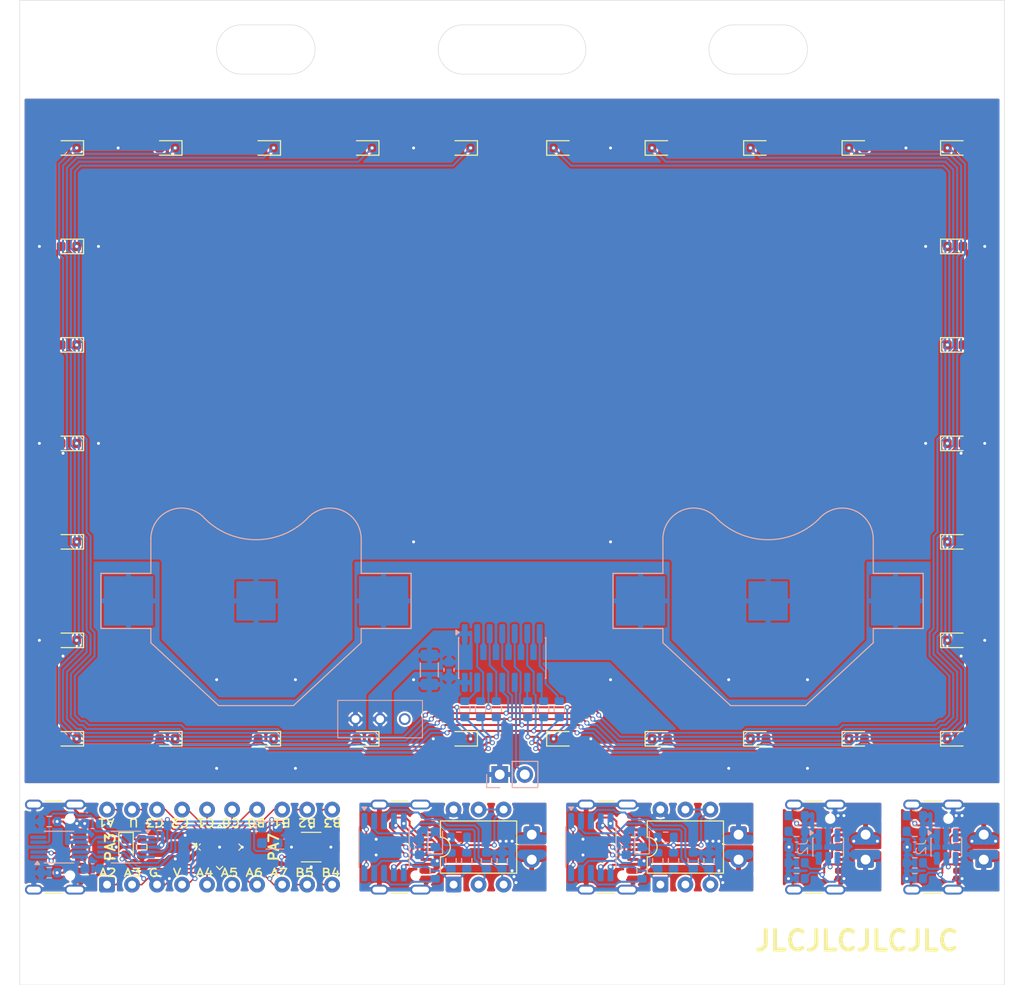
<source format=kicad_pcb>
(kicad_pcb (version 20241229) (generator "pcbnew") (generator_version "9.0")
  (layers (0 "F.Cu" signal) (2 "B.Cu" signal) (13 "F.Paste" user) (15 "B.Paste" user) (5 "F.SilkS" user "F.Silkscreen") (7 "B.SilkS" user "B.Silkscreen") (1 "F.Mask" user) (3 "B.Mask" user) (25 "Edge.Cuts" user))
  (net 0 "")
  (net 1 "VCC")
  (net 2 "GND")
  (net 3 "COL1")
  (net 4 "ROW1")
  (net 5 "ROW2")
  (net 6 "ROW3")
  (net 7 "ROW4")
  (net 8 "ROW5")
  (net 9 "COL2")
  (net 10 "COL3")
  (net 11 "COL4")
  (net 12 "COL5")
  (net 13 "UPDI")
  (net 14 "COL6")
  (net 15 "/_COL1")
  (net 16 "/_COL2")
  (net 17 "/_COL3")
  (net 18 "/_COL4")
  (net 19 "/_COL5")
  (net 20 "/_COL6")
  (net 21 "+BATT")
  (net 23 "PB5")
  (net 24 "PA3")
  (net 25 "PA5")
  (net 26 "PC0")
  (net 27 "PC2")
  (net 28 "PB3")
  (net 29 "PC1")
  (net 30 "PA1")
  (net 31 "PA4")
  (net 32 "PA7")
  (net 33 "PB4")
  (net 34 "PA6")
  (net 35 "PB2")
  (net 36 "PC3")
  (net 37 "PB0")
  (net 38 "PB1")
  (net 39 "PA2")
  (net 40 "Net-(JP1-Pad3)")
  (net 41 "Net-(J2-CC1)")
  (net 42 "D+")
  (net 43 "D-")
  (net 44 "Net-(J2-CC2)")
  (net 45 "Net-(R5-Pad1)")
  (net 46 "RTS#")
  (net 47 "TXD")
  (net 48 "RXD")
  (net 49 "Net-(U2-V3)")
  (net 50 "Net-(D1-K)")
  (net 51 "Net-(JP1-Pad1)")
  (net 56 "VDD")
  (net 57 "CC1")
  (net 58 "VBUS")
  (net 59 "CC2")
  (net 60 "PG")
  (net 61 "Net-(U1-VBUS)")
  (net 62 "CFG1")
  (net 63 "CFG2")
  (net 64 "CFG3")
  (net 67 "Net-(U1-CFG)")
  (footprint "LED_SMD:LED_0603_1608Metric" (layer "F.Cu") (at 60.8 141 -90)
    (property "Reference" "D1" (hide yes))
    (property "Value" "LED_Small" (hide yes))
  )
  (footprint "LED_SMD:LED_0603_1608Metric" (layer "F.Cu") (at 145 80)
    (property "Reference" "D6" (hide yes))
    (property "Value" "LED" (hide yes))
  )
  (footprint "Library:alps-skrp" (layer "F.Cu") (at 79.6 141)
    (property "Reference" "SW1" (hide yes))
    (property "Value" "SW_Push" (hide yes))
  )
  (footprint "LED_SMD:LED_0603_1608Metric" (layer "F.Cu") (at 105 130)
    (property "Reference" "D1" (hide yes))
    (property "Value" "LED" (hide yes))
  )
  (footprint "LED_SMD:LED_0603_1608Metric" (layer "F.Cu") (at 55 100 180)
    (property "Reference" "D23" (hide yes))
    (property "Value" "LED" (hide yes))
  )
  (footprint "LED_SMD:LED_0603_1608Metric" (layer "F.Cu") (at 55 110 180)
    (property "Reference" "D24" (hide yes))
    (property "Value" "LED" (hide yes))
  )
  (footprint "LED_SMD:LED_0603_1608Metric" (layer "F.Cu") (at 55 90 180)
    (property "Reference" "D22" (hide yes))
    (property "Value" "LED" (hide yes))
  )
  (footprint "Package_DFN_QFN:VQFN-20-1EP_3x3mm_P0.4mm_EP1.7x1.7mm" (layer "F.Cu") (at 70.3 141 45)
    (property "Reference" "U1" (hide yes))
    (property "Value" "ATtiny1606-M" (hide yes))
  )
  (footprint "LED_SMD:LED_0603_1608Metric" (layer "F.Cu") (at 145 90)
    (property "Reference" "D7" (hide yes))
    (property "Value" "LED" (hide yes))
  )
  (footprint "LED_SMD:LED_0603_1608Metric" (layer "F.Cu") (at 115 130)
    (property "Reference" "D2" (hide yes))
    (property "Value" "LED" (hide yes))
  )
  (footprint "LED_SMD:LED_0603_1608Metric" (layer "F.Cu") (at 145 70)
    (property "Reference" "D15" (hide yes))
    (property "Value" "LED" (hide yes))
  )
  (footprint "LED_SMD:LED_0603_1608Metric" (layer "F.Cu") (at 125 130)
    (property "Reference" "D3" (hide yes))
    (property "Value" "LED" (hide yes))
  )
  (footprint "LED_SMD:LED_0603_1608Metric" (layer "F.Cu") (at 145 110)
    (property "Reference" "D9" (hide yes))
    (property "Value" "LED" (hide yes))
  )
  (footprint "LED_SMD:LED_0603_1608Metric" (layer "F.Cu") (at 55 80 180)
    (property "Reference" "D21" (hide yes))
    (property "Value" "LED" (hide yes))
  )
  (footprint "LED_SMD:LED_0603_1608Metric" (layer "F.Cu") (at 145 100)
    (property "Reference" "D8" (hide yes))
    (property "Value" "LED" (hide yes))
  )
  (footprint "LED_SMD:LED_0603_1608Metric" (layer "F.Cu") (at 115 70)
    (property "Reference" "D12" (hide yes))
    (property "Value" "LED" (hide yes))
  )
  (footprint "LED_SMD:LED_0603_1608Metric" (layer "F.Cu") (at 95 70 180)
    (property "Reference" "D16" (hide yes))
    (property "Value" "LED" (hide yes))
  )
  (footprint "LED_SMD:LED_0603_1608Metric" (layer "F.Cu") (at 135 130)
    (property "Reference" "D4" (hide yes))
    (property "Value" "LED" (hide yes))
  )
  (footprint "LED_SMD:LED_0603_1608Metric" (layer "F.Cu") (at 105 70)
    (property "Reference" "D11" (hide yes))
    (property "Value" "LED" (hide yes))
  )
  (footprint "Connector_USB:USB_C_Receptacle_GCT_USB4105-xx-A_16P_TopMnt_Horizontal" (layer "F.Cu") (at 141.7 141 -90)
    (property "Reference" "J1" (hide yes))
    (property "Value" "USB_C_Receptacle_USB2.0_16P" (hide yes))
  )
  (footprint "LED_SMD:LED_0603_1608Metric" (layer "F.Cu") (at 145 120)
    (property "Reference" "D10" (hide yes))
    (property "Value" "LED" (hide yes))
  )
  (footprint "LOGO" (layer "F.Cu") (at 80 95)
    (property "Reference" "G***" (hide yes))
    (property "Value" "LOGO" (hide yes))
  )
  (footprint "LED_SMD:LED_0603_1608Metric" (layer "F.Cu") (at 95 130 180)
    (property "Reference" "D26" (hide yes))
    (property "Value" "LED" (hide yes))
  )
  (footprint "Package_DIP:DIP-6_W7.62mm" (layer "F.Cu") (at 94.06 144.805 90)
    (property "Reference" "SW1" (hide yes))
    (property "Value" "SW_DIP_x03" (hide yes))
  )
  (footprint "LED_SMD:LED_0603_1608Metric" (layer "F.Cu") (at 145 130)
    (property "Reference" "D5" (hide yes))
    (property "Value" "LED" (hide yes))
  )
  (footprint "Connector_USB:USB_C_Receptacle_GCT_USB4105-xx-A_16P_TopMnt_Horizontal" (layer "F.Cu") (at 52.51 141 -90)
    (property "Reference" "J2" (hide yes))
    (property "Value" "USB_C_Receptacle_USB2.0_16P" (hide yes))
  )
  (footprint "LED_SMD:LED_0603_1608Metric" (layer "F.Cu") (at 75 130 180)
    (property "Reference" "D28" (hide yes))
    (property "Value" "LED" (hide yes))
  )
  (footprint "LED_SMD:LED_0603_1608Metric" (layer "F.Cu") (at 65 130 180)
    (property "Reference" "D29" (hide yes))
    (property "Value" "LED" (hide yes))
  )
  (footprint "LED_SMD:LED_0603_1608Metric" (layer "F.Cu") (at 55 120 180)
    (property "Reference" "D25" (hide yes))
    (property "Value" "LED" (hide yes))
  )
  (footprint "LED_SMD:LED_0603_1608Metric" (layer "F.Cu") (at 135 70)
    (property "Reference" "D14" (hide yes))
    (property "Value" "LED" (hide yes))
  )
  (footprint "Connector_USB:USB_C_Receptacle_GCT_USB4105-xx-A_16P_TopMnt_Horizontal" (layer "F.Cu") (at 87.6 141 -90)
    (property "Reference" "J1" (hide yes))
    (property "Value" "USB_C_Receptacle_USB2.0_16P" (hide yes))
  )
  (footprint "LED_SMD:LED_0603_1608Metric" (layer "F.Cu") (at 85 130 180)
    (property "Reference" "D27" (hide yes))
    (property "Value" "LED" (hide yes))
  )
  (footprint "LED_SMD:LED_0603_1608Metric" (layer "F.Cu") (at 125 70)
    (property "Reference" "D13" (hide yes))
    (property "Value" "LED" (hide yes))
  )
  (footprint "Package_DIP:DIP-20_W7.62mm_Socket" (layer "F.Cu") (at 58.87 144.81 90)
    (property "Reference" "J1" (hide yes))
    (property "Value" "Conn_02x10_Counter_Clockwise" (hide yes))
  )
  (footprint "Connector_USB:USB_C_Receptacle_GCT_USB4105-xx-A_16P_TopMnt_Horizontal" (layer "F.Cu") (at 108.6 141 -90)
    (property "Reference" "J1" (hide yes))
    (property "Value" "USB_C_Receptacle_USB2.0_16P" (hide yes))
  )
  (footprint "LED_SMD:LED_0603_1608Metric" (layer "F.Cu") (at 65 70 180)
    (property "Reference" "D19" (hide yes))
    (property "Value" "LED" (hide yes))
  )
  (footprint "LED_SMD:LED_0603_1608Metric" (layer "F.Cu") (at 55 70 180)
    (property "Reference" "D20" (hide yes))
    (property "Value" "LED" (hide yes))
  )
  (footprint "LED_SMD:LED_0603_1608Metric" (layer "F.Cu") (at 85 70 180)
    (property "Reference" "D17" (hide yes))
    (property "Value" "LED" (hide yes))
  )
  (footprint "QRCODE" (layer "F.Cu") (at 107.5 82.5)
    (property "Reference" "")
    (property "Value" "6ca.me")
  )
  (footprint "LED_SMD:LED_0603_1608Metric" (layer "F.Cu") (at 75 70 180)
    (property "Reference" "D18" (hide yes))
    (property "Value" "LED" (hide yes))
  )
  (footprint "LED_SMD:LED_0603_1608Metric" (layer "F.Cu") (at 55 130 180)
    (property "Reference" "D30" (hide yes))
    (property "Value" "LED" (hide yes))
  )
  (footprint "Connector_USB:USB_C_Receptacle_GCT_USB4105-xx-A_16P_TopMnt_Horizontal" (layer "F.Cu") (at 129.7 141 -90)
    (property "Reference" "J1" (hide yes))
    (property "Value" "USB_C_Receptacle_USB2.0_16P" (hide yes))
  )
  (footprint "Resistor_SMD:R_0603_1608Metric" (layer "F.Cu") (at 62.4 141 -90)
    (property "Reference" "R6" (hide yes))
    (property "Value" "10k" (hide yes))
  )
  (footprint "Package_DIP:DIP-6_W7.62mm" (layer "F.Cu") (at 115.06 144.805 90)
    (property "Reference" "SW1" (hide yes))
    (property "Value" "SW_DIP_x03" (hide yes))
  )
  (footprint "Resistor_SMD:R_0603_1608Metric" (layer "B.Cu") (at 53 138.4 180)
    (property "Reference" "R1" (hide yes))
    (property "Value" "4k7" (hide yes))
  )
  (footprint "Library:mcbeeringi_icon_20mm" (layer "B.Cu") (at 108 100 180)
    (property "Reference" "")
    (property "Value" "LOGO" (hide yes))
  )
  (footprint "Resistor_SMD:R_0603_1608Metric" (layer "B.Cu") (at 53 143.6 180)
    (property "Reference" "R2" (hide yes))
    (property "Value" "4k7" (hide yes))
  )
  (footprint "Resistor_SMD:R_0603_1608Metric" (layer "B.Cu") (at 113.2 143.4 -90)
    (property "Reference" "R1" (hide yes))
    (property "Value" "10k" (hide yes))
  )
  (footprint "Resistor_SMD:R_0603_1608Metric" (layer "B.Cu") (at 140.9 144.2 180)
    (property "Reference" "R2" (hide yes))
    (property "Value" "4.7k" (hide yes))
  )
  (footprint "Library:SolderPad_2P" (layer "B.Cu") (at 135.9 141)
    (property "Reference" "J2")
    (property "Value" "Conn_01x02_Pin" (hide yes))
  )
  (footprint "Package_SO:SOIC-14_3.9x8.7mm_P1.27mm" (layer "B.Cu") (at 99 121.8 -90)
    (property "Reference" "U1" (hide yes))
    (property "Value" "ATtiny404-SS" (hide yes))
  )
  (footprint "Resistor_SMD:R_0603_1608Metric" (layer "B.Cu") (at 116.4 142.4 90)
    (property "Reference" "R3" (hide yes))
    (property "Value" "10k" (hide yes))
  )
  (footprint "Package_SO:VSSOP-10_3x3mm_P0.5mm" (layer "B.Cu") (at 60.8 141 180)
    (property "Reference" "U3" (hide yes))
    (property "Value" "TS5A23159DGS" (hide yes))
  )
  (footprint "Battery:BatteryHolder_Multicomp_BC-2001_1x2032" (layer "B.Cu") (at 126 116 180)
    (property "Reference" "BT2" (hide yes))
    (property "Value" "CR2032" (hide yes))
  )
  (footprint "Capacitor_SMD:C_0603_1608Metric" (layer "B.Cu") (at 90.6 141 90)
    (property "Reference" "C1" (hide yes))
    (property "Value" "1u" (hide yes))
  )
  (footprint "LED_SMD:LED_0603_1608Metric" (layer "B.Cu") (at 92.2 140.2 90)
    (property "Reference" "D1" (hide yes))
    (property "Value" "PG" (hide yes))
  )
  (footprint "Resistor_SMD:R_0603_1608Metric" (layer "B.Cu") (at 64.2 138.8)
    (property "Reference" "R5" (hide yes))
    (property "Value" "4k7" (hide yes))
  )
  (footprint "Package_SO:MSOP-10_3x3mm_P0.5mm" (layer "B.Cu") (at 54 141)
    (property "Reference" "U2" (hide yes))
    (property "Value" "CH340E" (hide yes))
  )
  (footprint "Resistor_SMD:R_0603_1608Metric" (layer "B.Cu") (at 95.2 127 -90)
    (property "Reference" "R4" (hide yes))
    (property "Value" "100R" (hide yes))
  )
  (footprint "Package_SO:SSOP-10-1EP_3.9x4.9mm_P1mm_EP2.1x3.3mm" (layer "B.Cu") (at 108 141 -90)
    (property "Reference" "U1" (hide yes))
    (property "Value" "CH224K" (hide yes))
  )
  (footprint "Resistor_SMD:R_0603_1608Metric" (layer "B.Cu") (at 128.9 142.6 180)
    (property "Reference" "R3" (hide yes))
    (property "Value" "4.7k" (hide yes))
  )
  (footprint "Battery:BatteryHolder_Multicomp_BC-2001_1x2032" (layer "B.Cu") (at 74 116 180)
    (property "Reference" "BT1" (hide yes))
    (property "Value" "CR2032" (hide yes))
  )
  (footprint "Resistor_SMD:R_0603_1608Metric" (layer "B.Cu") (at 140.9 139.4 180)
    (property "Reference" "R4" (hide yes))
    (property "Value" "R" (hide yes))
  )
  (footprint "Library:mcbeeringi_icon_5mm" (layer "B.Cu") (at 71.2 141.2 180)
    (property "Reference" "")
    (property "Value" "mcbeeringi_icon" (hide yes))
  )
  (footprint "Resistor_SMD:R_0603_1608Metric" (layer "B.Cu") (at 96.8 127 -90)
    (property "Reference" "R5" (hide yes))
    (property "Value" "100R" (hide yes))
  )
  (footprint "LED_SMD:LED_0603_1608Metric" (layer "B.Cu") (at 113.2 140.2 90)
    (property "Reference" "D1" (hide yes))
    (property "Value" "PG" (hide yes))
  )
  (footprint "Capacitor_SMD:C_1206_3216Metric" (layer "B.Cu") (at 91.6 123 -90)
    (property "Reference" "C1" (hide yes))
    (property "Value" "100u" (hide yes))
  )
  (footprint "Package_TO_SOT_SMD:SOT-23-6" (layer "B.Cu") (at 132.1 141 -90)
    (property "Reference" "U1" (hide yes))
    (property "Value" "CH221K" (hide yes))
  )
  (footprint "Resistor_SMD:R_0603_1608Metric" (layer "B.Cu") (at 120 142.4 90)
    (property "Reference" "R5" (hide yes))
    (property "Value" "10k" (hide yes))
  )
  (footprint "Library:PCB.MCBEERINGI.DEV" (layer "B.Cu") (at 90 100 180)
    (property "Reference" "")
    (property "Value" "")
  )
  (footprint "Resistor_SMD:R_0603_1608Metric" (layer "B.Cu") (at 115.6 140)
    (property "Reference" "R6" (hide yes))
    (property "Value" "1k" (hide yes))
  )
  (footprint "Library:SolderPad_2P" (layer "B.Cu") (at 102 141 180)
    (property "Reference" "J2" (hide yes))
    (property "Value" "Conn_01x02_Pin" (hide yes))
  )
  (footprint "Resistor_SMD:R_0603_1608Metric" (layer "B.Cu") (at 95.4 142.4 90)
    (property "Reference" "R3" (hide yes))
    (property "Value" "10k" (hide yes))
  )
  (footprint "Resistor_SMD:R_0603_1608Metric" (layer "B.Cu") (at 103.2 127 -90)
    (property "Reference" "R2" (hide yes))
    (property "Value" "100R" (hide yes))
  )
  (footprint "Capacitor_SMD:C_0603_1608Metric" (layer "B.Cu") (at 57.4 143.2)
    (property "Reference" "C2" (hide yes))
    (property "Value" "0u1" (hide yes))
  )
  (footprint "Resistor_SMD:R_0603_1608Metric" (layer "B.Cu") (at 94.6 140)
    (property "Reference" "R6" (hide yes))
    (property "Value" "1k" (hide yes))
  )
  (footprint "Resistor_SMD:R_0603_1608Metric" (layer "B.Cu") (at 128.9 139.4 180)
    (property "Reference" "R4" (hide yes))
    (property "Value" "R" (hide yes))
  )
  (footprint "Resistor_SMD:R_0603_1608Metric" (layer "B.Cu") (at 114.8 142.4 -90)
    (property "Reference" "R2" (hide yes))
    (property "Value" "10k" (hide yes))
  )
  (footprint "Resistor_SMD:R_0603_1608Metric" (layer "B.Cu") (at 140.9 137.8)
    (property "Reference" "R1" (hide yes))
    (property "Value" "1k" (hide yes))
  )
  (footprint "Library:sw_tht" (layer "B.Cu") (at 86.6 128 180)
    (property "Reference" "SW1" (hide yes))
    (property "Value" "SW_SPDT" (hide yes))
  )
  (footprint "Resistor_SMD:R_0603_1608Metric" (layer "B.Cu") (at 101.6 127 -90)
    (property "Reference" "R1" (hide yes))
    (property "Value" "100R" (hide yes))
  )
  (footprint "Connector_PinSocket_2.54mm:PinSocket_1x02_P2.54mm_Vertical" (layer "B.Cu") (at 98.75 133.625 -90)
    (property "Reference" "J1" (hide yes))
    (property "Value" "UPDI" (hide yes))
  )
  (footprint "Resistor_SMD:R_0603_1608Metric" (layer "B.Cu") (at 98.4 127 -90)
    (property "Reference" "R6" (hide yes))
    (property "Value" "100R" (hide yes))
  )
  (footprint "Package_SO:SSOP-10-1EP_3.9x4.9mm_P1mm_EP2.1x3.3mm" (layer "B.Cu") (at 87 141 -90)
    (property "Reference" "U1" (hide yes))
    (property "Value" "CH224K" (hide yes))
  )
  (footprint "Package_TO_SOT_SMD:SOT-23-6" (layer "B.Cu") (at 144.1 141 -90)
    (property "Reference" "U1" (hide yes))
    (property "Value" "CH221K" (hide yes))
  )
  (footprint "Resistor_SMD:R_0603_1608Metric" (layer "B.Cu") (at 92.2 143.4 -90)
    (property "Reference" "R1" (hide yes))
    (property "Value" "10k" (hide yes))
  )
  (footprint "Resistor_SMD:R_0603_1608Metric" (layer "B.Cu") (at 104.8 127 -90)
    (property "Reference" "R3" (hide yes))
    (property "Value" "100R" (hide yes))
  )
  (footprint "Library:SolderPad_2P" (layer "B.Cu") (at 147.9 141)
    (property "Reference" "J2")
    (property "Value" "Conn_01x02_Pin" (hide yes))
  )
  (footprint "Resistor_SMD:R_0603_1608Metric" (layer "B.Cu") (at 140.9 142.6 180)
    (property "Reference" "R3" (hide yes))
    (property "Value" "4.7k" (hide yes))
  )
  (footprint "Capacitor_SMD:C_0603_1608Metric" (layer "B.Cu") (at 128.9 141 180)
    (property "Reference" "C1" (hide yes))
    (property "Value" "1u" (hide yes))
  )
  (footprint "Resistor_SMD:R_0603_1608Metric" (layer "B.Cu") (at 128.9 137.8)
    (property "Reference" "R1" (hide yes))
    (property "Value" "1k" (hide yes))
  )
  (footprint "Capacitor_SMD:C_0603_1608Metric" (layer "B.Cu") (at 93.6 123 -90)
    (property "Reference" "C2" (hide yes))
    (property "Value" "4u7" (hide yes))
  )
  (footprint "Library:SolderPad_2P" (layer "B.Cu") (at 123 141 180)
    (property "Reference" "J2" (hide yes))
    (property "Value" "Conn_01x02_Pin" (hide yes))
  )
  (footprint "Capacitor_SMD:C_0603_1608Metric" (layer "B.Cu") (at 140.9 141 180)
    (property "Reference" "C1" (hide yes))
    (property "Value" "1u" (hide yes))
  )
  (footprint "Resistor_SMD:R_0603_1608Metric" (layer "B.Cu") (at 118.4 142.4 90)
    (property "Reference" "R4" (hide yes))
    (property "Value" "10k" (hide yes))
  )
  (footprint "Resistor_SMD:R_0603_1608Metric" (layer "B.Cu") (at 128.9 144.2 180)
    (property "Reference" "R2" (hide yes))
    (property "Value" "4.7k" (hide yes))
  )
  (footprint "Capacitor_SMD:C_0603_1608Metric" (layer "B.Cu") (at 57.4 138.6)
    (property "Reference" "C1" (hide yes))
    (property "Value" "4u7" (hide yes))
  )
  (footprint "Resistor_SMD:R_0603_1608Metric" (layer "B.Cu") (at 99 142.4 90)
    (property "Reference" "R5" (hide yes))
    (property "Value" "10k" (hide yes))
  )
  (footprint "Library:pokayoke_1608" (layer "B.Cu") (at 75.4 139.8 -90)
    (property "Reference" "JP1" (hide yes))
    (property "Value" "4k7" (hide yes))
  )
  (footprint "Resistor_SMD:R_0603_1608Metric" (layer "B.Cu") (at 97.4 142.4 90)
    (property "Reference" "R4" (hide yes))
    (property "Value" "10k" (hide yes))
  )
  (footprint "Capacitor_SMD:C_0603_1608Metric" (layer "B.Cu") (at 111.6 141 90)
    (property "Reference" "C1" (hide yes))
    (property "Value" "1u" (hide yes))
  )
  (footprint "Resistor_SMD:R_0603_1608Metric" (layer "B.Cu") (at 93.8 142.4 -90)
    (property "Reference" "R2" (hide yes))
    (property "Value" "10k" (hide yes))
  )
  (footprint "Library:PCB.MCBEERINGI.DEV_small" (layer "B.Cu") (at 79.8 141 180)
    (property "Reference" "")
    (property "Value" "")
  )
  (gr_line (start 150 55) (end 150 135) (stroke (width 0.05)) (layer "Edge.Cuts"))
  (gr_arc (start 72.5 62.5) (mid 70 60) (end 72.5 57.5) (stroke (width 0.05)) (layer "Edge.Cuts"))
  (gr_arc (start 77.5 57.5) (mid 80 60) (end 77.5 62.5) (stroke (width 0.05)) (layer "Edge.Cuts"))
  (gr_line (start 50 135) (end 50 136) (stroke (width 0.05)) (layer "Edge.Cuts"))
  (gr_arc (start 95 62.5) (mid 92.5 60) (end 95 57.5) (stroke (width 0.05)) (layer "Edge.Cuts"))
  (gr_line (start 50 146) (end 50 136) (stroke (width 0.05)) (layer "Edge.Cuts"))
  (gr_line (start 72.5 57.5) (end 77.5 57.5) (stroke (width 0.05)) (layer "Edge.Cuts"))
  (gr_line (start 50 155) (end 150 155) (stroke (width 0.05)) (layer "Edge.Cuts"))
  (gr_arc (start 127.5 57.5) (mid 130 60) (end 127.5 62.5) (stroke (width 0.05)) (layer "Edge.Cuts"))
  (gr_line (start 50 55) (end 50 135) (stroke (width 0.05)) (layer "Edge.Cuts"))
  (gr_line (start 77.5 62.5) (end 72.5 62.5) (stroke (width 0.05)) (layer "Edge.Cuts"))
  (gr_arc (start 105 57.5) (mid 107.5 60) (end 105 62.5) (stroke (width 0.05)) (layer "Edge.Cuts"))
  (gr_line (start 50 55) (end 150 55) (stroke (width 0.05)) (layer "Edge.Cuts"))
  (gr_line (start 150 135) (end 150 136) (stroke (width 0.05)) (layer "Edge.Cuts"))
  (gr_line (start 50 146) (end 50 155) (stroke (width 0.05)) (layer "Edge.Cuts"))
  (gr_line (start 95 57.5) (end 105 57.5) (stroke (width 0.05)) (layer "Edge.Cuts"))
  (gr_line (start 150 146) (end 150 136) (stroke (width 0.05)) (layer "Edge.Cuts"))
  (gr_arc (start 122.5 62.5) (mid 120 60) (end 122.5 57.5) (stroke (width 0.05)) (layer "Edge.Cuts"))
  (gr_line (start 150 155) (end 150 146) (stroke (width 0.05)) (layer "Edge.Cuts"))
  (gr_line (start 127.5 62.5) (end 122.5 62.5) (stroke (width 0.05)) (layer "Edge.Cuts"))
  (gr_line (start 122.5 57.5) (end 127.5 57.5) (stroke (width 0.05)) (layer "Edge.Cuts"))
  (gr_line (start 105 62.5) (end 95 62.5) (stroke (width 0.05)) (layer "Edge.Cuts"))
  (gr_text "PA7" (at 75.8 141 90) (layer "F.SilkS") (effects (font (size 1 1) (thickness 0.2) (bold yes))))
  (gr_text "A2 A3 G  V  A4 A5 A6 A7 B5 B4" (at 70.3 143.6 0) (layer "F.SilkS") (effects (font (size 0.8 0.98) (thickness 0.16) (bold yes))))
  (gr_text "B3 B2 B1 B0 C0 C1 C2 C3 U  A1" (at 70.3 138.5 180) (layer "F.SilkS") (effects (font (size 0.8 0.95) (thickness 0.16) (bold yes))))
  (gr_text "JLCJLCJLCJLC" (at 135 150.5 0) (layer "F.SilkS") (effects (font (size 2 2) (thickness 0.4) (bold yes))))
  (gr_text "PA3" (at 59.2 141 90) (layer "F.SilkS") (effects (font (size 1 1) (thickness 0.2) (bold yes))))
  (segment (start 66.49 144.81) (end 67.055686 144.81) (width 0.15) (layer "F.Cu") (net 1))
  (segment (start 67.055686 144.81) (end 69.557538 142.308148) (width 0.15) (layer "F.Cu") (net 1))
  (via (at 59.8 141) (size 0.5) (drill 0.3) (layers "F.Cu" "B.Cu") (net 1))
  (via (at 67.6 141) (size 0.5) (drill 0.3) (layers "F.Cu" "B.Cu") (net 1))
  (via (at 56.6 138.6) (size 0.5) (drill 0.3) (layers "F.Cu" "B.Cu") (net 1))
  (via (at 67.8 144.2) (size 0.5) (drill 0.3) (layers "F.Cu" "B.Cu") (net 1))
  (via (at 55.8 138.6) (size 0.5) (drill 0.3) (layers "F.Cu" "B.Cu") (net 1))
  (segment (start 58.6 141) (end 59.8 141) (width 0.25) (layer "B.Cu") (net 1))
  (segment (start 67.6 141) (end 67.6 142.6) (width 0.25) (layer "B.Cu") (net 1))
  (segment (start 55.8 138.6) (end 56.6 138.6) (width 0.25) (layer "B.Cu") (net 1))
  (segment (start 67.6 142.6) (end 67.4 142.8) (width 0.25) (layer "B.Cu") (net 1))
  (segment (start 67.4 143.8) (end 67.8 144.2) (width 0.25) (layer "B.Cu") (net 1))
  (segment (start 67.4 142.8) (end 67.4 143.8) (width 0.25) (layer "B.Cu") (net 1))
  (segment (start 69.274695 142.025305) (end 67.7 143.6) (width 0.15) (layer "F.Cu") (net 2))
  (segment (start 64.79 144.81) (end 63.95 144.81) (width 0.15) (layer "F.Cu") (net 2))
  (segment (start 55.615 145.32) (end 55.615 144.775) (width 0.25) (layer "F.Cu") (net 2))
  (segment (start 67.7 143.6) (end 66 143.6) (width 0.15) (layer "F.Cu") (net 2))
  (segment (start 66 143.6) (end 64.79 144.81) (width 0.15) (layer "F.Cu") (net 2))
  (segment (start 55.615 136.68) (end 55.615 137.225) (width 0.25) (layer "F.Cu") (net 2))
  (segment (start 55.615 144.775) (end 56.19 144.2) (width 0.25) (layer "F.Cu") (net 2))
  (segment (start 64.4 140.8) (end 65 140.2) (width 0.25) (layer "F.Cu") (net 2))
  (segment (start 55.615 137.225) (end 56.19 137.8) (width 0.25) (layer "F.Cu") (net 2))
  (via (at 107.2 140.2) (size 0.5) (drill 0.3) (layers "F.Cu" "B.Cu") (net 2))
  (via (at 107.2 141.8) (size 0.5) (drill 0.3) (layers "F.Cu" "B.Cu") (net 2))
  (via (at 145.1 137.8) (size 0.5) (drill 0.3) (layers "F.Cu" "B.Cu") (net 2))
  (via (at 86.2 140.2) (size 0.5) (drill 0.3) (layers "F.Cu" "B.Cu") (net 2))
  (via (at 79.6 143) (size 0.5) (drill 0.3) (layers "F.Cu" "B.Cu") (net 2))
  (via (at 78 133) (size 0.5) (drill 0.3) (layers "F.Cu" "B.Cu") (net 2))
  (via (at 100.000003 140.4) (size 0.5) (drill 0.3) (layers "F.Cu" "B.Cu") (net 2))
  (via (at 52 80) (size 0.5) (drill 0.3) (layers "F.Cu" "B.Cu") (net 2))
  (via (at 133.7 144.2) (size 0.5) (drill 0.3) (layers "F.Cu" "B.Cu") (net 2))
  (via (at 98.799997 140.4) (size 0.5) (drill 0.3) (layers "F.Cu" "B.Cu") (net 2))
  (via (at 142 100) (size 0.5) (drill 0.3) (layers "F.Cu" "B.Cu") (net 2))
  (via (at 133.7 137.8) (size 0.5) (drill 0.3) (layers "F.Cu" "B.Cu") (net 2))
  (via (at 122 133) (size 0.5) (drill 0.3) (layers "F.Cu" "B.Cu") (net 2))
  (via (at 81.6 141) (size 0.5) (drill 0.3) (layers "F.Cu" "B.Cu") (net 2))
  (via (at 148 80) (size 0.5) (drill 0.3) (layers "F.Cu" "B.Cu") (net 2))
  (via (at 100.4 144.6) (size 0.5) (drill 0.3) (layers "F.Cu" "B.Cu") (net 2))
  (via (at 148 120) (size 0.5) (drill 0.3) (layers "F.Cu" "B.Cu") (net 2))
  (via (at 110 110) (size 0.5) (drill 0.3) (layers "F.Cu" "B.Cu") (net 2))
  (via (at 130 133) (size 0.5) (drill 0.3) (layers "F.Cu" "B.Cu") (net 2))
  (via (at 145.6 121.6) (size 0.5) (drill 0.3) (layers "F.Cu" "B.Cu") (net 2))
  (via (at 58 80) (size 0.5) (drill 0.3) (layers "F.Cu" "B.Cu") (net 2))
  (via (at 58 100) (size 0.5) (drill 0.3) (layers "F.Cu" "B.Cu") (net 2))
  (via (at 110 70) (size 0.5) (drill 0.3) (layers "F.Cu" "B.Cu") (net 2))
  (via (at 70.3 141) (size 0.5) (drill 0.3) (layers "F.Cu" "B.Cu") (net 2))
  (via (at 70 124) (size 0.5) (drill 0.3) (layers "F.Cu" "B.Cu") (net 2))
  (via (at 59 143.2) (size 0.5) (drill 0.3) (layers "F.Cu" "B.Cu") (net 2))
  (via (at 140.125 141) (size 0.5) (drill 0.3) (layers "F.Cu" "B.Cu") (net 2))
  (via (at 64.4 140.8) (size 0.5) (drill 0.3) (layers "F.Cu" "B.Cu") (net 2))
  (via (at 77.6 141) (size 0.5) (drill 0.3) (layers "F.Cu" "B.Cu") (net 2))
  (via (at 52 100) (size 0.5) (drill 0.3) (layers "F.Cu" "B.Cu") (net 2))
  (via (at 99.4 140.4) (size 0.5) (drill 0.3) (layers "F.Cu" "B.Cu") (net 2))
  (via (at 122 124) (size 0.5) (drill 0.3) (layers "F.Cu" "B.Cu") (net 2))
  (via (at 121.000003 140.4) (size 0.5) (drill 0.3) (layers "F.Cu" "B.Cu") (net 2))
  (via (at 86.2 141.8) (size 0.5) (drill 0.3) (layers "F.Cu" "B.Cu") (net 2))
  (via (at 60 70) (size 0.5) (drill 0.3) (layers "F.Cu" "B.Cu") (net 2))
  (via (at 78 124) (size 0.5) (drill 0.3) (layers "F.Cu" "B.Cu") (net 2))
  (via (at 145.7 137.8) (size 0.5) (drill 0.3) (layers "F.Cu" "B.Cu") (net 2))
  (via (at 119.799997 140.4) (size 0.5) (drill 0.3) (layers "F.Cu" "B.Cu") (net 2))
  (via (at 92 130) (size 0.5) (drill 0.3) (layers "F.Cu" "B.Cu") (net 2))
  (via (at 145.6 101) (size 0.5) (drill 0.3) (layers "F.Cu" "B.Cu") (net 2))
  (via (at 100 143.4) (size 0.5) (drill 0.3) (layers "F.Cu" "B.Cu") (net 2))
  (via (at 70 133) (size 0.5) (drill 0.3) (layers "F.Cu" "B.Cu") (net 2))
  (via (at 59 138.6) (size 0.5) (drill 0.3) (layers "F.Cu" "B.Cu") (net 2))
  (via (at 66.8 139.8) (size 0.5) (drill 0.3) (layers "F.Cu" "B.Cu") (net 2))
  (via (at 133.1 137.8) (size 0.5) (drill 0.3) (layers "F.Cu" "B.Cu") (net 2))
  (via (at 90 110) (size 0.5) (drill 0.3) (layers "F.Cu" "B.Cu") (net 2))
  (via (at 72.6 141) (size 0.5) (drill 0.3) (layers "F.Cu" "B.Cu") (net 2))
  (via (at 100.2 144) (size 0.5) (drill 0.3) (layers "F.Cu" "B.Cu") (net 2))
  (via (at 65.2 144.2) (size 0.5) (drill 0.3) (layers "F.Cu" "B.Cu") (net 2))
  (via (at 54.4 121.6) (size 0.5) (drill 0.3) (layers "F.Cu" "B.Cu") (net 2))
  (via (at 121.4 144.6) (size 0.5) (drill 0.3) (layers "F.Cu" "B.Cu") (net 2))
  (via (at 121 143.4) (size 0.5) (drill 0.3) (layers "F.Cu" "B.Cu") (net 2))
  (via (at 90 70) (size 0.5) (drill 0.3) (layers "F.Cu" "B.Cu") (net 2))
  (via (at 128.125 141) (size 0.5) (drill 0.3) (layers "F.Cu" "B.Cu") (net 2))
  (via (at 142 80) (size 0.5) (drill 0.3) (layers "F.Cu" "B.Cu") (net 2))
  (via (at 65.8 142.2) (size 0.5) (drill 0.3) (layers "F.Cu" "B.Cu") (net 2))
  (via (at 128.075 144.2) (size 0.5) (drill 0.3) (layers "F.Cu" "B.Cu") (net 2))
  (via (at 148 100) (size 0.5) (drill 0.3) (layers "F.Cu" "B.Cu") (net 2))
  (via (at 79.6 139) (size 0.5) (drill 0.3) (layers "F.Cu" "B.Cu") (net 2))
  (via (at 140 70) (size 0.5) (drill 0.3) (layers "F.Cu" "B.Cu") (net 2))
  (via (at 52 120) (size 0.5) (drill 0.3) (layers "F.Cu" "B.Cu") (net 2))
  (via (at 120.4 140.4) (size 0.5) (drill 0.3) (layers "F.Cu" "B.Cu") (net 2))
  (via (at 145.7 144.2) (size 0.5) (drill 0.3) (layers "F.Cu" "B.Cu") (net 2))
  (via (at 54.4 101) (size 0.5) (drill 0.3) (layers "F.Cu" "B.Cu") (net 2))
  (via (at 90 124) (size 0.5) (drill 0.3) (layers "F.Cu" "B.Cu") (net 2))
  (via (at 140.075 144.2) (size 0.5) (drill 0.3) (layers "F.Cu" "B.Cu") (net 2))
  (via (at 130 124) (size 0.5) (drill 0.3) (layers "F.Cu" "B.Cu") (net 2))
  (via (at 108 130) (size 0.5) (drill 0.3) (layers "F.Cu" "B.Cu") (net 2))
  (via (at 121.2 144) (size 0.5) (drill 0.3) (layers "F.Cu" "B.Cu") (net 2))
  (via (at 110 124) (size 0.5) (drill 0.3) (layers "F.Cu" "B.Cu") (net 2))
  (segment (start 64.2 141) (end 64.4 140.8) (width 0.25) (layer "B.Cu") (net 2))
  (segment (start 63 141) (end 64.2 141) (width 0.25) (layer "B.Cu") (net 2))
  (segment (start 101.54 124.275) (end 101.54 126.035) (width 0.2) (layer "B.Cu") (net 3))
  (segment (start 101.54 126.035) (end 101.4 126.175) (width 0.2) (layer "B.Cu") (net 3))
  (segment (start 94.4 126.8) (end 92 126.8) (width 0.2) (layer "F.Cu") (net 4))
  (segment (start 108.8 127.4) (end 108.2 126.8) (width 0.2) (layer "F.Cu") (net 4))
  (segment (start 106 126.8) (end 94.4 126.8) (width 0.2) (layer "F.Cu") (net 4))
  (segment (start 108.2 126.8) (end 106 126.8) (width 0.2) (layer "F.Cu") (net 4))
  (segment (start 108.8 127.6) (end 108.8 127.4) (width 0.2) (layer "F.Cu") (net 4))
  (segment (start 92 126.8) (end 91.2 127.6) (width 0.2) (layer "F.Cu") (net 4))
  (via (at 105.6 126.8) (size 0.5) (drill 0.3) (layers "F.Cu" "B.Cu") (net 4))
  (via (at 91.2 127.6) (size 0.5) (drill 0.3) (layers "F.Cu" "B.Cu") (net 4))
  (via (at 95.7875 70) (size 0.5) (drill 0.3) (layers "F.Cu" "B.Cu") (net 4))
  (via (at 104.2125 130) (size 0.5) (drill 0.3) (layers "F.Cu" "B.Cu") (net 4))
  (via (at 108.8 127.6) (size 0.5) (drill 0.3) (layers "F.Cu" "B.Cu") (net 4))
  (via (at 104.2125 70) (size 0.5) (drill 0.3) (layers "F.Cu" "B.Cu") (net 4))
  (via (at 97.6 126.8) (size 0.5) (drill 0.3) (layers "F.Cu" "B.Cu") (net 4))
  (via (at 144.2125 80) (size 0.5) (drill 0.3) (layers "F.Cu" "B.Cu") (net 4))
  (via (at 55.7875 80) (size 0.5) (drill 0.3) (layers "F.Cu" "B.Cu") (net 4))
  (via (at 94.4 126.8) (size 0.5) (drill 0.3) (layers "F.Cu" "B.Cu") (net 4))
  (via (at 95.7875 130) (size 0.5) (drill 0.3) (layers "F.Cu" "B.Cu") (net 4))
  (segment (start 66.4 128.6) (end 66.8 129) (width 0.2) (layer "B.Cu") (net 4))
  (segment (start 142.4 121.6) (end 142.4 119.2) (width 0.2) (layer "B.Cu") (net 4))
  (segment (start 57 128.6) (end 66.4 128.6) (width 0.2) (layer "B.Cu") (net 4))
  (segment (start 142.4 119.2) (end 142.8 118.8) (width 0.2) (layer "B.Cu") (net 4))
  (segment (start 56.801 99.6339) (end 56.801 109.001) (width 0.2) (layer "B.Cu") (net 4))
  (segment (start 143.2 109) (end 143.2 99.6) (width 0.2) (layer "B.Cu") (net 4))
  (segment (start 144 80.2125) (end 144.2125 80) (width 0.2) (layer "B.Cu") (net 4))
  (segment (start 56.801 109.001) (end 57.2 109.4) (width 0.2) (layer "B.Cu") (net 4))
  (segment (start 114 129.4) (end 123.4 129.4) (width 0.2) (layer "B.Cu") (net 4))
  (segment (start 57.601 121.5661) (end 57.6 121.5671) (width 0.2) (layer "B.Cu") (net 4))
  (segment (start 55.601 123.599) (end 55.601 127.601) (width 0.2) (layer "B.Cu") (net 4))
  (segment (start 57.601 119.2339) (end 57.601 121.5661) (width 0.2) (layer "B.Cu") (net 4))
  (segment (start 56.4 89.8) (end 56.4 90.0454) (width 0.2) (layer "B.Cu") (net 4))
  (segment (start 143 128.6) (end 143.4 128.2) (width 0.2) (layer "B.Cu") (net 4))
  (segment (start 55.6 72.4) (end 55.6 79.8125) (width 0.2) (layer "B.Cu") (net 4))
  (segment (start 94.424 128.238064) (end 94.424 128.224) (width 0.2) (layer "B.Cu") (net 4))
  (segment (start 56 80.2125) (end 56 80.4339) (width 0.2) (layer "B.Cu") (net 4))
  (segment (start 66.8 129) (end 76.202 129) (width 0.2) (layer "B.Cu") (net 4))
  (segment (start 57.6 121.5671) (end 57.6 121.6) (width 0.2) (layer "B.Cu") (net 4))
  (segment (start 56.5671 128.2) (end 56.6 128.2) (width 0.2) (layer "B.Cu") (net 4))
  (segment (start 56.001 89.401) (end 56.4 89.8) (width 0.2) (layer "B.Cu") (net 4))
  (segment (start 56.5661 128.199) (end 56.5671 128.2) (width 0.2) (layer "B.Cu") (net 4))
  (segment (start 143.8 71.8) (end 144.4 72.4) (width 0.2) (layer "B.Cu") (net 4))
  (segment (start 143.4 128.2) (end 143.4329 128.2) (width 0.2) (layer "B.Cu") (net 4))
  (segment (start 143.801 128.199) (end 144.399 127.601) (width 0.2) (layer "B.Cu") (net 4))
  (segment (start 57.201 118.801) (end 57.6 119.2) (width 0.2) (layer "B.Cu") (net 4))
  (segment (start 56.401 99.201) (end 56.8 99.6) (width 0.2) (layer "B.Cu") (net 4))
  (segment (start 56.4 90.0454) (end 56.401 90.0464) (width 0.2) (layer "B.Cu") (net 4))
  (segment (start 142.8 109.4) (end 143.2 109) (width 0.2) (layer "B.Cu") (net 4))
  (segment (start 144 89.4) (end 144 80.2125) (width 0.2) (layer "B.Cu") (net 4))
  (segment (start 56.001 80.4349) (end 56.001 89.401) (width 0.2) (layer "B.Cu") (net 4))
  (segment (start 56 80.4339) (end 56.001 80.4349) (width 0.2) (layer "B.Cu") (net 4))
  (segment (start 108.8 127.6) (end 111 129.8) (width 0.2) (layer "B.Cu") (net 4))
  (segment (start 133.6 128.6) (end 143 128.6) (width 0.2) (layer "B.Cu") (net 4))
  (segment (start 57.2 109.4329) (end 57.201 109.4339) (width 0.2) (layer "B.Cu") (net 4))
  (segment (start 86 129.4) (end 86.4 129.8) (width 0.2) (layer "B.Cu") (net 4))
  (segment (start 56.8 99.6329) (end 56.801 99.6339) (width 0.2) (layer "B.Cu") (net 4))
  (segment (start 113.6 129.8) (end 114 129.4) (width 0.2) (layer "B.Cu") (net 4))
  (segment (start 111 129.8) (end 113.6 129.8) (width 0.2) (layer "B.Cu") (net 4))
  (segment (start 143.6 99.2) (end 143.6 89.8) (width 0.2) (layer "B.Cu") (net 4))
  (segment (start 56.2 71.8) (end 55.6 72.4) (width 0.2) (layer "B.Cu") (net 4))
  (segment (start 55.601 127.601) (end 56.199 128.199) (width 0.2) (layer "B.Cu") (net 4))
  (segment (start 104.2125 129.7875) (end 105.6 128.4) (width 0.2) (layer "B.Cu") (net 4))
  (segment (start 94.424 128.224) (end 94.4 128.2) (width 0.2) (layer "B.Cu") (net 4))
  (segment (start 123.4 129.4) (end 123.8 129) (width 0.2) (layer "B.Cu") (net 4))
  (segment (start 106.0125 71.8) (end 143.8 71.8) (width 0.2) (layer "B.Cu") (net 4))
  (segment (start 89 129.8) (end 91.2 127.6) (width 0.2) (layer "B.Cu") (net 4))
  (segment (start 55.6 79.8125) (end 55.7875 80) (width 0.2) (layer "B.Cu") (net 4))
  (segment (start 133.2 129) (end 133.6 128.6) (width 0.2) (layer "B.Cu") (net 4))
  (segment (start 144.4 79.8125) (end 144.2125 80) (width 0.2) (layer "B.Cu") (net 4))
  (segment (start 94.4 128.2) (end 94.4 126.8) (width 0.2) (layer "B.Cu") (net 4))
  (segment (start 95.7875 70) (end 93.9875 71.8) (width 0.2) (layer "B.Cu") (net 4))
  (segment (start 143.2 99.6) (end 143.6 99.2) (width 0.2) (layer "B.Cu") (net 4))
  (segment (start 56.6 128.2) (end 57 128.6) (width 0.2) (layer "B.Cu") (net 4))
  (segment (start 57.6 119.2) (end 57.6 119.2329) (width 0.2) (layer "B.Cu") (net 4))
  (segment (start 143.6 89.8) (end 144 89.4) (width 0.2) (layer "B.Cu") (net 4))
  (segment (start 57.201 109.4339) (end 57.201 118.801) (width 0.2) (layer "B.Cu") (net 4))
  (segment (start 55.7875 80) (end 56 80.2125) (width 0.2) (layer "B.Cu") (net 4))
  (segment (start 76.598 129.396) (end 76.598 129.398) (width 0.2) (layer "B.Cu") (net 4))
  (segment (start 57.2 109.4) (end 57.2 109.4329) (width 0.2) (layer "B.Cu") (net 4))
  (segment (start 142.8 118.8) (end 142.8 109.4) (width 0.2) (layer "B.Cu") (net 4))
  (segment (start 86.4 129.8) (end 89 129.8) (width 0.2) (layer "B.Cu") (net 4))
  (segment (start 94.726 128.526) (end 94.711936 128.526) (width 0.2) (layer "B.Cu") (net 4))
  (segment (start 57.6 119.2329) (end 57.601 119.2339) (width 0.2) (layer "B.Cu") (net 4))
  (segment (start 93.9875 71.8) (end 56.2 71.8) (width 0.2) (layer "B.Cu") (net 4))
  (segment (start 97.6 124.405) (end 97.73 124.275) (width 0.2) (layer "B.Cu") (net 4))
  (segment (start 76.202 129) (end 76.598 129.396) (width 0.2) (layer "B.Cu") (net 4))
  (segment (start 144.4 72.4) (end 144.4 79.8125) (width 0.2) (layer "B.Cu") (net 4))
  (segment (start 95.7875 130) (end 95.7875 129.5875) (width 0.2) (layer "B.Cu") (net 4))
  (segment (start 57.6 121.6) (end 55.601 123.599) (width 0.2) (layer "B.Cu") (net 4))
  (segment (start 76.602 129.4) (end 86 129.4) (width 0.2) (layer "B.Cu") (net 4))
  (segment (start 56.8 99.6) (end 56.8 99.6329) (width 0.2) (layer "B.Cu") (net 4))
  (segment (start 143.4329 128.2) (end 143.4339 128.199) (width 0.2) (layer "B.Cu") (net 4))
  (segment (start 56.401 90.0464) (end 56.401 99.201) (width 0.2) (layer "B.Cu") (net 4))
  (segment (start 104.2125 70) (end 106.0125 71.8) (width 0.2) (layer "B.Cu") (net 4))
  (segment (start 56.199 128.199) (end 56.5661 128.199) (width 0.2) (layer "B.Cu") (net 4))
  (segment (start 95.7875 129.5875) (end 94.726 128.526) (width 0.2) (layer "B.Cu") (net 4))
  (segment (start 97.6 126.8) (end 97.6 124.405) (width 0.2) (layer "B.Cu") (net 4))
  (segment (start 123.8 129) (end 133.2 129) (width 0.2) (layer "B.Cu") (net 4))
  (segment (start 105.6 128.4) (end 105.6 126.8) (width 0.2) (layer "B.Cu") (net 4))
  (segment (start 104.2125 130) (end 104.2125 129.7875) (width 0.2) (layer "B.Cu") (net 4))
  (segment (start 94.711936 128.526) (end 94.424 128.238064) (width 0.2) (layer "B.Cu") (net 4))
  (segment (start 144.399 123.599) (end 142.4 121.6) (width 0.2) (layer "B.Cu") (net 4))
  (segment (start 143.4339 128.199) (end 143.801 128.199) (width 0.2) (layer "B.Cu") (net 4))
  (segment (start 144.399 127.601) (end 144.399 123.599) (width 0.2) (layer "B.Cu") (net 4))
  (segment (start 92.4 127.4) (end 91.8 128) (width 0.2) (layer "F.Cu") (net 5))
  (segment (start 108.2 128) (end 107.6 127.4) (width 0.2) (layer "F.Cu") (net 5))
  (segment (start 107.6 127.4) (end 92.4 127.4) (width 0.2) (layer "F.Cu") (net 5))
  (via (at 99.4 127.4) (size 0.5) (drill 0.3) (layers "F.Cu" "B.Cu") (net 5))
  (via (at 114.2125 70) (size 0.5) (drill 0.3) (layers "F.Cu" "B.Cu") (net 5))
  (via (at 144.2125 90) (size 0.5) (drill 0.3) (layers "F.Cu" "B.Cu") (net 5))
  (via (at 55.7875 90) (size 0.5) (drill 0.3) (layers "F.Cu" "B.Cu") (net 5))
  (via (at 85.7875 70) (size 0.5) (drill 0.3) (layers "F.Cu" "B.Cu") (net 5))
  (via (at 91.8 128) (size 0.5) (drill 0.3) (layers "F.Cu" "B.Cu") (net 5))
  (via (at 85.7875 130) (size 0.5) (drill 0.3) (layers "F.Cu" "B.Cu") (net 5))
  (via (at 108.2 128) (size 0.5) (drill 0.3) (layers "F.Cu" "B.Cu") (net 5))
  (via (at 114.2145 130) (size 0.5) (drill 0.3) (layers "F.Cu" "B.Cu") (net 5))
  (segment (start 114.2125 70) (end 115.6125 71.4) (width 0.2) (layer "B.Cu") (net 5))
  (segment (start 56 99.4) (end 56 90.2125) (width 0.2) (layer "B.Cu") (net 5))
  (segment (start 55.2 127.8) (end 55.2 123.4) (width 0.2) (layer "B.Cu") (net 5))
  (segment (start 56.8 119) (end 56.8 109.6) (width 0.2) (layer "B.Cu") (net 5))
  (segment (start 85.5875 129.8) (end 76.4 129.8) (width 0.2) (layer "B.Cu") (net 5))
  (segment (start 55.6 89.8125) (end 55.7875 90) (width 0.2) (layer "B.Cu") (net 5))
  (segment (start 56.4 109.2) (end 56.4 99.8) (width 0.2) (layer "B.Cu") (net 5))
  (segment (start 114.2145 130) (end 114.4145 129.8) (width 0.2) (layer "B.Cu") (net 5))
  (segment (start 144 128.6) (end 144.8 127.8) (width 0.2) (layer "B.Cu") (net 5))
  (segment (start 144 71.4) (end 144.8 72.2) (width 0.2) (layer "B.Cu") (net 5))
  (segment (start 108.8 128.2) (end 110.8 130.2) (width 0.2) (layer "B.Cu") (net 5))
  (segment (start 110.8 130.2) (end 114.0145 130.2) (width 0.2) (layer "B.Cu") (net 5))
  (segment (start 99 125.2) (end 99 124.275) (width 0.2) (layer "B.Cu") (net 5))
  (segment (start 57.2 119.4) (end 56.8 119) (width 0.2) (layer "B.Cu") (net 5))
  (segment (start 55.2 123.4) (end 57.2 121.4) (width 0.2) (layer "B.Cu") (net 5))
  (segment (start 143.2 129) (end 143.6 128.6) (width 0.2) (layer "B.Cu") (net 5))
  (segment (start 91.2 128.2) (end 89.2 130.2) (width 0.2) (layer "B.Cu") (net 5))
  (segment (start 85.7875 70) (end 84.3875 71.4) (width 0.2) (layer "B.Cu") (net 5))
  (segment (start 142.8 119.4) (end 143.2 119) (width 0.2) (layer "B.Cu") (net 5))
  (segment (start 76 129.4) (end 66.6 129.4) (width 0.2) (layer "B.Cu") (net 5))
  (segment (start 114.0145 130.2) (end 114.2145 130) (width 0.2) (layer "B.Cu") (net 5))
  (segment (start 114.4145 129.8) (end 123.602 129.8) (width 0.2) (layer "B.Cu") (net 5))
  (segment (start 144.8 80.201) (end 144.4 80.601) (width 0.2) (layer "B.Cu") (net 5))
  (segment (start 144.8 127.8) (end 144.8 123.4) (width 0.2) (layer "B.Cu") (net 5))
  (segment (start 66.2 129) (end 56.8 129) (width 0.2) (layer "B.Cu") (net 5))
  (segment (start 56 128.6) (end 55.2 127.8) (width 0.2) (layer "B.Cu") (net 5))
  (segment (start 143.2 119) (end 143.2 109.6) (width 0.2) (layer "B.Cu") (net 5))
  (segment (start 143.2 109.6) (end 143.6 109.2) (width 0.2) (layer "B.Cu") (net 5))
  (segment (start 144.8 123.4) (end 142.8 121.4) (width 0.2) (layer "B.Cu") (net 5))
  (segment (start 56.8 129) (end 56.4 128.6) (width 0.2) (layer "B.Cu") (net 5))
  (segment (start 133.8 129) (end 143.2 129) (width 0.2) (layer "B.Cu") (net 5))
  (segment (start 143.6 109.2) (end 143.6 99.8) (width 0.2) (layer "B.Cu") (net 5))
  (segment (start 144.4 80.601) (end 144.4 89.8125) (width 0.2) (layer "B.Cu") (net 5))
  (segment (start 56.8 109.6) (end 56.4 109.2) (width 0.2) (layer "B.Cu") (net 5))
  (segment (start 85.7875 130) (end 85.5875 129.8) (width 0.2) (layer "B.Cu") (net 5))
  (segment (start 55.6 80.601) (end 55.6 89.8125) (width 0.2) (layer "B.Cu") (net 5))
  (segment (start 91.6 128.2) (end 91.2 128.2) (width 0.2) (layer "B.Cu") (net 5))
  (segment (start 56 90.2125) (end 55.7875 90) (width 0.2) (layer "B.Cu") (net 5))
  (segment (start 144 99.4) (end 144 90.2125) (width 0.2) (layer "B.Cu") (net 5))
  (segment (start 144 90.2125) (end 144.2125 90) (width 0.2) (layer "B.Cu") (net 5))
  (segment (start 85.9875 130.2) (end 85.7875 130) (width 0.2) (layer "B.Cu") (net 5))
  (segment (start 99.4 127.4) (end 99.6 127.2) (width 0.2) (layer "B.Cu") (net 5))
  (segment (start 66.6 129.4) (end 66.2 129) (width 0.2) (layer "B.Cu") (net 5))
  (segment (start 144.4 89.8125) (end 144.2125 90) (width 0.2) (layer "B.Cu") (net 5))
  (segment (start 124 129.4) (end 133.4 129.4) (width 0.2) (layer "B.Cu") (net 5))
  (segment (start 142.8 121.4) (end 142.8 119.4) (width 0.2) (layer "B.Cu") (net 5))
  (segment (start 56.4 99.8) (end 56 99.4) (width 0.2) (layer "B.Cu") (net 5))
  (segment (start 57.2 121.4) (end 57.2 119.4) (width 0.2) (layer "B.Cu") (net 5))
  (segment (start 89.2 130.2) (end 85.9875 130.2) (width 0.2) (layer "B.Cu") (net 5))
  (segment (start 143.6 99.8) (end 144 99.4) (width 0.2) (layer "B.Cu") (net 5))
  (segment (start 56 71.4) (end 55.2 72.2) (width 0.2) (layer "B.Cu") (net 5))
  (segment (start 56.4 128.6) (end 56 128.6) (width 0.2) (layer "B.Cu") (net 5))
  (segment (start 55.2 72.2) (end 55.2 80.201) (width 0.2) (layer "B.Cu") (net 5))
  (segment (start 144.8 72.2) (end 144.8 80.201) (width 0.2) (layer "B.Cu") (net 5))
  (segment (start 108.4 128.2) (end 108.8 128.2) (width 0.2) (layer "B.Cu") (net 5))
  (segment (start 99.6 125.8) (end 99 125.2) (width 0.2) (layer "B.Cu") (net 5))
  (segment (start 123.6 129.8) (end 124 129.4) (width 0.2) (layer "B.Cu") (net 5))
  (segment (start 133.4 129.4) (end 133.8 129) (width 0.2) (layer "B.Cu") (net 5))
  (segment (start 84.3875 71.4) (end 56 71.4) (width 0.2) (layer "B.Cu") (net 5))
  (segment (start 115.6125 71.4) (end 144 71.4) (width 0.2) (layer "B.Cu") (net 5))
  (segment (start 91.8 128) (end 91.6 128.2) (width 0.2) (layer "B.Cu") (net 5))
  (segment (start 99.6 127.2) (end 99.6 125.8) (width 0.2) (layer "B.Cu") (net 5))
  (segment (start 76.4 129.8) (end 76 129.4) (width 0.2) (layer "B.Cu") (net 5))
  (segment (start 55.2 80.201) (end 55.6 80.601) (width 0.2) (layer "B.Cu") (net 5))
  (segment (start 143.6 128.6) (end 144 128.6) (width 0.2) (layer "B.Cu") (net 5))
  (segment (start 108.2 128) (end 108.4 128.2) (width 0.2) (layer "B.Cu") (net 5))
  (segment (start 107.6 128.4) (end 107.2 128) (width 0.2) (layer "F.Cu") (net 6))
  (segment (start 92.8 128) (end 92.4 128.4) (width 0.2) (layer "F.Cu") (net 6))
  (segment (start 107.2 128) (end 92.8 128) (width 0.2) (layer "F.Cu") (net 6))
  (via (at 92.4 128.4) (size 0.5) (drill 0.3) (layers "F.Cu" "B.Cu") (net 6))
  (via (at 124.2125 130) (size 0.5) (drill 0.3) (layers "F.Cu" "B.Cu") (net 6))
  (via (at 55.7875 100) (size 0.5) (drill 0.3) (layers "F.Cu" "B.Cu") (net 6))
  (via (at 124.2125 70) (size 0.5) (drill 0.3) (layers "F.Cu" "B.Cu") (net 6))
  (via (at 75.7875 130) (size 0.5) (drill 0.3) (layers "F.Cu" "B.Cu") (net 6))
  (via (at 75.7875 70) (size 0.5) (drill 0.3) (layers "F.Cu" "B.Cu") (net 6))
  (via (at 144.2125 100) (size 0.5) (drill 0.3) (layers "F.Cu" "B.Cu") (net 6))
  (via (at 107.6 128.4) (size 0.5) (drill 0.3) (layers "F.Cu" "B.Cu") (net 6))
  (via (at 99.8 128) (size 0.5) (drill 0.3) (layers "F.Cu" "B.Cu") (net 6))
  (segment (start 56 100.2125) (end 55.7875 100) (width 0.2) (layer "B.Cu") (net 6))
  (segment (start 54.8 128) (end 54.8 123.2) (width 0.2) (layer "B.Cu") (net 6))
  (segment (start 99.601 123.201) (end 99 122.6) (width 0.2) (layer "B.Cu") (net 6))
  (segment (start 55.6 90.6) (end 55.6 99.8125) (width 0.2) (layer "B.Cu") (net 6))
  (segment (start 75.7875 130) (end 75.5875 129.8) (width 0.2) (layer "B.Cu") (net 6))
  (segment (start 100 125.6329) (end 99.601 125.2339) (width 0.2) (layer "B.Cu") (net 6))
  (segment (start 145.2 80.4) (end 144.8 80.8) (width 0.2) (layer "B.Cu") (net 6))
  (segment (start 92.4 128.4) (end 92.2 128.6) (width 0.2) (layer "B.Cu") (net 6))
  (segment (start 56.2 129) (end 55.8 129) (width 0.2) (layer "B.Cu") (net 6))
  (segment (start 54.8 80.4) (end 55.2 80.8) (width 0.2) (layer "B.Cu") (net 6))
  (segment (start 55.8 71) (end 54.8 72) (width 0.2) (layer "B.Cu") (net 6))
  (segment (start 144 100.2125) (end 144 109.4) (width 0.2) (layer "B.Cu") (net 6))
  (segment (start 99.8 128) (end 100 127.8) (width 0.2) (layer "B.Cu") (net 6))
  (segment (start 55.2 90.2) (end 55.6 90.6) (width 0.2) (layer "B.Cu") (net 6))
  (segment (start 56.4 119.2) (end 56.4 109.8) (width 0.2) (layer "B.Cu") (net 6))
  (segment (start 124.4125 129.8) (end 133.6 129.8) (width 0.2) (layer "B.Cu") (net 6))
  (segment (start 66.4 129.8) (end 66 129.4) (width 0.2) (layer "B.Cu") (net 6))
  (segment (start 66 129.4) (end 56.6 129.4) (width 0.2) (layer "B.Cu") (net 6))
  (segment (start 124.2125 130) (end 124.4125 129.8) (width 0.2) (layer "B.Cu") (net 6))
  (segment (start 107.6 128.4) (end 107.8 128.6) (width 0.2) (layer "B.Cu") (net 6))
  (segment (start 74.7875 71) (end 55.8 71) (width 0.2) (layer "B.Cu") (net 6))
  (segment (start 133.6 129.8) (end 134 129.4) (width 0.2) (layer "B.Cu") (net 6))
  (segment (start 107.8 128.6) (end 108.6 128.6) (width 0.2) (layer "B.Cu") (net 6))
  (segment (start 75.9875 130.2) (end 75.7875 130) (width 0.2) (layer "B.Cu") (net 6))
  (segment (start 55.6 99.8125) (end 55.7875 100) (width 0.2) (layer "B.Cu") (net 6))
  (segment (start 145.2 128) (end 145.2 123.2) (width 0.2) (layer "B.Cu") (net 6))
  (segment (start 56 109.4) (end 56 100.2125) (width 0.2) (layer "B.Cu") (net 6))
  (segment (start 144.4 90.6) (end 144.4 99.8125) (width 0.2) (layer "B.Cu") (net 6))
  (segment (start 75.7875 70) (end 74.7875 71) (width 0.2) (layer "B.Cu") (net 6))
  (segment (start 144.4 99.8125) (end 144.2125 100) (width 0.2) (layer "B.Cu") (net 6))
  (segment (start 56.4 109.8) (end 56 109.4) (width 0.2) (layer "B.Cu") (net 6))
  (segment (start 144 109.4) (end 143.6 109.8) (width 0.2) (layer "B.Cu") (net 6))
  (segment (start 92.2 128.6) (end 91.4 128.6) (width 0.2) (layer "B.Cu") (net 6))
  (segment (start 124.2125 70) (end 125.2125 71) (width 0.2) (layer "B.Cu") (net 6))
  (segment (start 75.5875 129.8) (end 66.4 129.8) (width 0.2) (layer "B.Cu") (net 6))
  (segment (start 54.8 72) (end 54.8 80.4) (width 0.2) (layer "B.Cu") (net 6))
  (segment (start 145.2 72) (end 145.2 80.4) (width 0.2) (layer "B.Cu") (net 6))
  (segment (start 91.4 128.6) (end 89.4 130.6) (width 0.2) (layer "B.Cu") (net 6))
  (segment (start 134 129.4) (end 143.4 129.4) (width 0.2) (layer "B.Cu") (net 6))
  (segment (start 89.4 130.6) (end 85.6 130.6) (width 0.2) (layer "B.Cu") (net 6))
  (segment (start 56.8 121.2) (end 56.8 119.6) (width 0.2) (layer "B.Cu") (net 6))
  (segment (start 99.601 125.2339) (end 99.601 123.201) (width 0.2) (layer "B.Cu") (net 6))
  (segment (start 55.8 129) (end 54.8 128) (width 0.2) (layer "B.Cu") (net 6))
  (segment (start 56.8 119.6) (end 56.4 119.2) (width 0.2) (layer "B.Cu") (net 6))
  (segment (start 143.6 109.8) (end 143.6 119.2) (width 0.2) (layer "B.Cu") (net 6))
  (segment (start 100 127.8) (end 100 125.6329) (width 0.2) (layer "B.Cu") (net 6))
  (segment (start 144.2 129) (end 145.2 128) (width 0.2) (layer "B.Cu") (net 6))
  (segment (start 144.2 71) (end 145.2 72) (width 0.2) (layer "B.Cu") (net 6))
  (segment (start 124.2125 130) (end 124.0125 130.2) (width 0.2) (layer "B.Cu") (net 6))
  (segment (start 85.6 130.6) (end 85.2 130.2) (width 0.2) (layer "B.Cu") (net 6))
  (segment (start 110.6 130.6) (end 114.402 130.6) (width 0.2) (layer "B.Cu") (net 6))
  (segment (start 144.2125 100) (end 144 100.2125) (width 0.2) (layer "B.Cu") (net 6))
  (segment (start 144.8 90.2) (end 144.4 90.6) (width 0.2) (layer "B.Cu") (net 6))
  (segment (start 85.2 130.2) (end 75.9875 130.2) (width 0.2) (layer "B.Cu") (net 6))
  (segment (start 143.8 129) (end 144.2 129) (width 0.2) (layer "B.Cu") (net 6))
  (segment (start 55.2 80.8) (end 55.2 90.2) (width 0.2) (layer "B.Cu") (net 6))
  (segment (start 54.8 123.2) (end 56.8 121.2) (width 0.2) (layer "B.Cu") (net 6))
  (segment (start 56.6 129.4) (end 56.2 129) (width 0.2) (layer "B.Cu") (net 6))
  (segment (start 143.2 121.2) (end 145.2 123.2) (width 0.2) (layer "B.Cu") (net 6))
  (segment (start 143.6 119.2) (end 143.2 119.6) (width 0.2) (layer "B.Cu") (net 6))
  (segment (start 114.802 130.2) (end 124.0145 130.2) (width 0.2) (layer "B.Cu") (net 6))
  (segment (start 108.6 128.6) (end 110.6 130.6) (width 0.2) (layer "B.Cu") (net 6))
  (segment (start 143.2 119.6) (end 143.2 121.2) (width 0.2) (layer "B.Cu") (net 6))
  (segment (start 144.8 80.8) (end 144.8 90.2) (width 0.2) (layer "B.Cu") (net 6))
  (segment (start 114.402 130.6) (end 114.802 130.2) (width 0.2) (layer "B.Cu") (net 6))
  (segment (start 143.4 129.4) (end 143.8 129) (width 0.2) (layer "B.Cu") (net 6))
  (segment (start 125.2125 71) (end 144.2 71) (width 0.2) (layer "B.Cu") (net 6))
  (segment (start 99 122.6) (end 99 119.325) (width 0.2) (layer "B.Cu") (net 6))
  (segment (start 93.2 128.6) (end 93 128.8) (width 0.2) (layer "F.Cu") (net 7))
  (segment (start 106.8 128.6) (end 93.2 128.6) (width 0.2) (layer "F.Cu") (net 7))
  (segment (start 107 128.8) (end 106.8 128.6) (width 0.2) (layer "F.Cu") (net 7))
  (via (at 101 128.6) (size 0.5) (drill 0.3) (layers "F.Cu" "B.Cu") (net 7))
  (via (at 65.7875 70) (size 0.5) (drill 0.3) (layers "F.Cu" "B.Cu") (net 7))
  (via (at 134.2125 130) (size 0.5) (drill 0.3) (layers "F.Cu" "B.Cu") (net 7))
  (via (at 107 128.8) (size 0.5) (drill 0.3) (layers "F.Cu" "B.Cu") (net 7))
  (via (at 144.2125 110) (size 0.5) (drill 0.3) (layers "F.Cu" "B.Cu") (net 7))
  (via (at 134.2125 70) (size 0.5) (drill 0.3) (layers "F.Cu" "B.Cu") (net 7))
  (via (at 55.7875 110) (size 0.5) (drill 0.3) (layers "F.Cu" "B.Cu") (net 7))
  (via (at 65.7875 130) (size 0.5) (drill 0.3) (layers "F.Cu" "B.Cu") (net 7))
  (via (at 93 128.8) (size 0.5) (drill 0.3) (layers "F.Cu" "B.Cu") (net 7))
  (segment (start 91.6 129) (end 89.6 131) (width 0.2) (layer "B.Cu") (net 7))
  (segment (start 143.6 121) (end 143.6 119.8) (width 0.2) (layer "B.Cu") (net 7))
  (segment (start 145.2 90.4) (end 144.8 90.8) (width 0.2) (layer "B.Cu") (net 7))
  (segment (start 100.871 123.259032) (end 100.610968 122.999) (width 0.2) (layer "B.Cu") (net 7))
  (segment (start 144 119.4) (end 144 110.2125) (width 0.2) (layer "B.Cu") (net 7))
  (segment (start 134.2125 130) (end 134.4125 129.8) (width 0.2) (layer "B.Cu") (net 7))
  (segment (start 100.610968 122.999) (end 100.599 122.999) (width 0.2) (layer "B.Cu") (net 7))
  (segment (start 134.4125 129.8) (end 143.6 129.8) (width 0.2) (layer "B.Cu") (net 7))
  (segment (start 92.8 129) (end 91.6 129) (width 0.2) (layer "B.Cu") (net 7))
  (segment (start 56 129.4) (end 55.6 129.4) (width 0.2) (layer "B.Cu") (net 7))
  (segment (start 108.401 129) (end 110.401 131) (width 0.2) (layer "B.Cu") (net 7))
  (segment (start 85.4 131) (end 85 130.6) (width 0.2) (layer "B.Cu") (net 7))
  (segment (start 55.6 100.6) (end 55.6 109.8125) (width 0.2) (layer "B.Cu") (net 7))
  (segment (start 54.4 123) (end 56.4 121) (width 0.2) (layer "B.Cu") (net 7))
  (segment (start 145.6 128.2) (end 145.6 123) (width 0.2) (layer "B.Cu") (net 7))
  (segment (start 55.2 90.8) (end 55.2 100.2) (width 0.2) (layer "B.Cu") (net 7))
  (segment (start 100.27 122.67) (end 100.27 119.325) (width 0.2) (layer "B.Cu") (net 7))
  (segment (start 54.8 90.4) (end 55.2 90.8) (width 0.2) (layer "B.Cu") (net 7))
  (segment (start 107 128.8) (end 107.2 129) (width 0.2) (layer "B.Cu") (net 7))
  (segment (start 144.4 70.6) (end 145.6 71.8) (width 0.2) (layer "B.Cu") (net 7))
  (segment (start 56 119.4) (end 56 110.2125) (width 0.2) (layer "B.Cu") (net 7))
  (segment (start 124.8 130.2) (end 134.0125 130.2) (width 0.2) (layer "B.Cu") (net 7))
  (segment (start 100.599 122.999) (end 100.27 122.67) (width 0.2) (layer "B.Cu") (net 7))
  (segment (start 55.6 109.8125) (end 55.7875 110) (width 0.2) (layer "B.Cu") (net 7))
  (segment (start 110.401 131) (end 114.602 131) (width 0.2) (layer "B.Cu") (net 7))
  (segment (start 134.2125 70) (end 134.8125 70.6) (width 0.2) (layer "B.Cu") (net 7))
  (segment (start 65.9875 130.2) (end 65.7875 130) (width 0.2) (layer "B.Cu") (net 7))
  (segment (start 134.0125 130.2) (end 134.2125 130) (width 0.2) (layer "B.Cu") (net 7))
  (segment (start 55.6 70.6) (end 54.4 71.8) (width 0.2) (layer "B.Cu") (net 7))
  (segment (start 143.6 129.8) (end 144 129.4) (width 0.2) (layer "B.Cu") (net 7))
  (segment (start 54.4 71.8) (end 54.4 80.6) (width 0.2) (layer "B.Cu") (net 7))
  (segment (start 100.871 125.329) (end 100.871 123.259032) (width 0.2) (layer "B.Cu") (net 7))
  (segment (start 56 110.2125) (end 55.7875 110) (width 0.2) (layer "B.Cu") (net 7))
  (segment (start 75.2 130.2) (end 65.9875 130.2) (width 0.2) (layer "B.Cu") (net 7))
  (segment (start 54.8 81) (end 54.8 90.4) (width 0.2) (layer "B.Cu") (net 7))
  (segment (start 85 130.6) (end 75.6 130.6) (width 0.2) (layer "B.Cu") (net 7))
  (segment (start 65.7875 70) (end 65.1875 70.6) (width 0.2) (layer "B.Cu") (net 7))
  (segment (start 100.801 128.401) (end 100.801 125.399) (width 0.2) (layer "B.Cu") (net 7))
  (segment (start 145.6 71.8) (end 145.6 80.6) (width 0.2) (layer "B.Cu") (net 7))
  (segment (start 144.4 100.6) (end 144.4 109.8125) (width 0.2) (layer "B.Cu") (net 7))
  (segment (start 55.6 129.4) (end 54.4 128.2) (width 0.2) (layer "B.Cu") (net 7))
  (segment (start 54.4 128.2) (end 54.4 123) (width 0.2) (layer "B.Cu") (net 7))
  (segment (start 54.4 80.6) (end 54.8 81) (width 0.2) (layer "B.Cu") (net 7))
  (segment (start 124.4 130.6) (end 124.8 130.2) (width 0.2) (layer "B.Cu") (net 7))
  (segment (start 134.8125 70.6) (end 144.4 70.6) (width 0.2) (layer "B.Cu") (net 7))
  (segment (start 114.602 131) (end 115.002 130.6) (width 0.2) (layer "B.Cu") (net 7))
  (segment (start 145.2 81) (end 145.2 90.4) (width 0.2) (layer "B.Cu") (net 7))
  (segment (start 144 129.4) (end 144.4 129.4) (width 0.2) (layer "B.Cu") (net 7))
  (segment (start 75.6 130.6) (end 75.2 130.2) (width 0.2) (layer "B.Cu") (net 7))
  (segment (start 55.2 100.2) (end 55.6 100.6) (width 0.2) (layer "B.Cu") (net 7))
  (segment (start 145.6 123) (end 143.6 121) (width 0.2) (layer "B.Cu") (net 7))
  (segment (start 65.5875 129.8) (end 56.4 129.8) (width 0.2) (layer "B.Cu") (net 7))
  (segment (start 65.7875 130) (end 65.5875 129.8) (width 0.2) (layer "B.Cu") (net 7))
  (segment (start 89.6 131) (end 85.4 131) (width 0.2) (layer "B.Cu") (net 7))
  (segment (start 143.6 119.8) (end 144 119.4) (width 0.2) (layer "B.Cu") (net 7))
  (segment (start 145.6 80.6) (end 145.2 81) (width 0.2) (layer "B.Cu") (net 7))
  (segment (start 56.4 119.8) (end 56 119.4) (width 0.2) (layer "B.Cu") (net 7))
  (segment (start 100.801 125.399) (end 100.871 125.329) (width 0.2) (layer "B.Cu") (net 7))
  (segment (start 101 128.6) (end 100.801 128.401) (width 0.2) (layer "B.Cu") (net 7))
  (segment (start 56.4 121) (end 56.4 119.8) (width 0.2) (layer "B.Cu") (net 7))
  (segment (start 107.2 129) (end 108.401 129) (width 0.2) (layer "B.Cu") (net 7))
  (segment (start 65.1875 70.6) (end 55.6 70.6) (width 0.2) (layer "B.Cu") (net 7))
  (segment (start 144.4 109.8125) (end 144.2125 110) (width 0.2) (layer "B.Cu") (net 7))
  (segment (start 144.4 129.4) (end 145.6 128.2) (width 0.2) (layer "B.Cu") (net 7))
  (segment (start 93 128.8) (end 92.8 129) (width 0.2) (layer "B.Cu") (net 7))
  (segment (start 115.002 130.6) (end 124.402 130.6) (width 0.2) (layer "B.Cu") (net 7))
  (segment (start 144.8 100.2) (end 144.4 100.6) (width 0.2) (layer "B.Cu") (net 7))
  (segment (start 144 110.2125) (end 144.2125 110) (width 0.2) (layer "B.Cu") (net 7))
  (segment (start 56.4 129.8) (end 56 129.4) (width 0.2) (layer "B.Cu") (net 7))
  (segment (start 144.8 90.8) (end 144.8 100.2) (width 0.2) (layer "B.Cu") (net 7))
  (segment (start 93.6 129.2) (end 93.4 129.4) (width 0.2) (layer "F.Cu") (net 8))
  (segment (start 106.6 129.4) (end 106.4 129.2) (width 0.2) (layer "F.Cu") (net 8))
  (segment (start 106.4 129.2) (end 93.6 129.2) (width 0.2) (layer "F.Cu") (net 8))
  (via (at 102.2 129.2) (size 0.5) (drill 0.3) (layers "F.Cu" "B.Cu") (net 8))
  (via (at 144.2125 70) (size 0.5) (drill 0.3) (layers "F.Cu" "B.Cu") (net 8))
  (via (at 106.6 129.4) (size 0.5) (drill 0.3) (layers "F.Cu" "B.Cu") (net 8))
  (via (at 55.7875 130) (size 0.5) (drill 0.3) (layers "F.Cu" "B.Cu") (net 8))
  (via (at 93.4 129.4) (size 0.5) (drill 0.3) (layers "F.Cu" "B.Cu") (net 8))
  (via (at 144.2125 130) (size 0.5) (drill 0.3) (layers "F.Cu" "B.Cu") (net 8))
  (via (at 55.7875 120) (size 0.5) (drill 0.3) (layers "F.Cu" "B.Cu") (net 8))
  (via (at 55.7875 70) (size 0.5) (drill 0.3) (layers "F.Cu" "B.Cu") (net 8))
  (via (at 144.2125 120) (size 0.5) (drill 0.3) (layers "F.Cu" "B.Cu") (net 8))
  (segment (start 146 128.4) (end 146 122.8) (width 0.2) (layer "B.Cu") (net 8))
  (segment (start 54 80.8) (end 54.4 81.2) (width 0.2) (layer "B.Cu") (net 8))
  (segment (start 65.6 130.6) (end 65.2 130.2) (width 0.2) (layer "B.Cu") (net 8))
  (segment (start 144.2125 70) (end 144.4125 70.2) (width 0.2) (layer "B.Cu") (net 8))
  (segment (start 89.8 131.4) (end 85.2 131.4) (width 0.2) (layer "B.Cu") (net 8))
  (segment (start 106.6 129.4) (end 108.2 129.4) (width 0.2) (layer "B.Cu") (net 8))
  (segment (start 91.8 129.4) (end 89.8 131.4) (width 0.2) (layer "B.Cu") (net 8))
  (segment (start 144.4125 129.8) (end 144.6 129.8) (width 0.2) (layer "B.Cu") (net 8))
  (segment (start 144 120.2125) (end 144 120.8) (width 0.2) (layer "B.Cu") (net 8))
  (segment (start 102.4 128.8) (end 102.4 125.6) (width 0.2) (layer "B.Cu") (net 8))
  (segment (start 102.4 125.6) (end 102.2 125.4) (width 0.2) (layer "B.Cu") (net 8))
  (segment (start 125 130.6) (end 124.6 131) (width 0.2) (layer "B.Cu") (net 8))
  (segment (start 145.6 81.2) (end 145.6 90.6) (width 0.2) (layer "B.Cu") (net 8))
  (segment (start 55.4 129.8) (end 54 128.4) (width 0.2) (layer "B.Cu") (net 8))
  (segment (start 54.8 91) (end 54.8 100.4) (width 0.2) (layer "B.Cu") (net 8))
  (segment (start 144.2125 130) (end 144.0125 130.2) (width 0.2) (layer "B.Cu") (net 8))
  (segment (start 115.202 131) (end 124.602 131) (width 0.2) (layer "B.Cu") (net 8))
  (segment (start 55.7875 120) (end 56 120.2125) (width 0.2) (layer "B.Cu") (net 8))
  (segment (start 144.6 129.8) (end 146 128.4) (width 0.2) (layer "B.Cu") (net 8))
  (segment (start 54 122.8) (end 56 120.8) (width 0.2) (layer "B.Cu") (net 8))
  (segment (start 144.6 70.2) (end 146 71.6) (width 0.2) (layer "B.Cu") (net 8))
  (segment (start 144.4 119.8125) (end 144.2125 120) (width 0.2) (layer "B.Cu") (net 8))
  (segment (start 101.54 122.54) (end 101.54 119.325) (width 0.2) (layer "B.Cu") (net 8))
  (segment (start 93.4 129.4) (end 91.8 129.4) (width 0.2) (layer "B.Cu") (net 8))
  (segment (start 55.2 100.8) (end 55.2 110.2) (width 0.2) (layer "B.Cu") (net 8))
  (segment (start 145.6 90.6) (end 145.2 91) (width 0.2) (layer "B.Cu") (net 8))
  (segment (start 55.9875 130.2) (end 55.7875 130) (width 0.2) (layer "B.Cu") (net 8))
  (segment (start 75.4 131) (end 75 130.6) (width 0.2) (layer "B.Cu") (net 8))
  (segment (start 145.2 100.4) (end 144.8 100.8) (width 0.2) (layer "B.Cu") (net 8))
  (segment (start 145.2 91) (end 145.2 100.4) (width 0.2) (layer "B.Cu") (net 8))
  (segment (start 54 71.6) (end 54 80.8) (width 0.2) (layer "B.Cu") (net 8))
  (segment (start 102.2 123.2) (end 101.54 122.54) (width 0.2) (layer "B.Cu") (net 8))
  (segment (start 114.802 131.4) (end 115.202 131) (width 0.2) (layer "B.Cu") (net 8))
  (segment (start 55.7875 130) (end 55.5875 129.8) (width 0.2) (layer "B.Cu") (net 8))
  (segment (start 134.4 130.6) (end 125 130.6) (width 0.2) (layer "B.Cu") (net 8))
  (segment (start 55.5875 70.2) (end 55.4 70.2) (width 0.2) (layer "B.Cu") (net 8))
  (segment (start 55.2 110.2) (end 55.6 110.6) (width 0.2) (layer "B.Cu") (net 8))
  (segment (start 55.4 70.2) (end 54 71.6) (width 0.2) (layer "B.Cu") (net 8))
  (segment (start 102.2 125.4) (end 102.2 123.2) (width 0.2) (layer "B.Cu") (net 8))
  (segment (start 110.2 131.4) (end 114.802 131.4) (width 0.2) (layer "B.Cu") (net 8))
  (segment (start 146 71.6) (end 146 80.8) (width 0.2) (layer "B.Cu") (net 8))
  (segment (start 144.2125 130) (end 144.4125 129.8) (width 0.2) (layer "B.Cu") (net 8))
  (segment (start 65.2 130.2) (end 55.9875 130.2) (width 0.2) (layer "B.Cu") (net 8))
  (segment (start 85.2 131.4) (end 84.8 131) (width 0.2) (layer "B.Cu") (net 8))
  (segment (start 108.2 129.4) (end 110.2 131.4) (width 0.2) (layer "B.Cu") (net 8))
  (segment (start 144.0125 130.2) (end 134.8 130.2) (width 0.2) (layer "B.Cu") (net 8))
  (segment (start 144.4125 70.2) (end 144.6 70.2) (width 0.2) (layer "B.Cu") (net 8))
  (segment (start 144.8 100.8) (end 144.8 110.2) (width 0.2) (layer "B.Cu") (net 8))
  (segment (start 84.8 131) (end 75.4 131) (width 0.2) (layer "B.Cu") (net 8))
  (segment (start 146 80.8) (end 145.6 81.2) (width 0.2) (layer "B.Cu") (net 8))
  (segment (start 56 120.2125) (end 56 120.8) (width 0.2) (layer "B.Cu") (net 8))
  (segment (start 55.5875 129.8) (end 55.4 129.8) (width 0.2) (layer "B.Cu") (net 8))
  (segment (start 102.2 129.2) (end 102.2 129) (width 0.2) (layer "B.Cu") (net 8))
  (segment (start 54.4 81.2) (end 54.4 90.6) (width 0.2) (layer "B.Cu") (net 8))
  (segment (start 54.8 100.4) (end 55.2 100.8) (width 0.2) (layer "B.Cu") (net 8))
  (segment (start 144.8 110.2) (end 144.4 110.6) (width 0.2) (layer "B.Cu") (net 8))
  (segment (start 54 128.4) (end 54 122.8) (width 0.2) (layer "B.Cu") (net 8))
  (segment (start 144.4 110.6) (end 144.4 119.8125) (width 0.2) (layer "B.Cu") (net 8))
  (segment (start 146 122.8) (end 144 120.8) (width 0.2) (layer "B.Cu") (net 8))
  (segment (start 144.2125 120) (end 144 120.2125) (width 0.2) (layer "B.Cu") (net 8))
  (segment (start 55.6 110.6) (end 55.6 119.8125) (width 0.2) (layer "B.Cu") (net 8))
  (segment (start 102.2 129) (end 102.4 128.8) (width 0.2) (layer "B.Cu") (net 8))
  (segment (start 75 130.6) (end 65.6 130.6) (width 0.2) (layer "B.Cu") (net 8))
  (segment (start 54.4 90.6) (end 54.8 91) (width 0.2) (layer "B.Cu") (net 8))
  (segment (start 55.7875 70) (end 55.5875 70.2) (width 0.2) (layer "B.Cu") (net 8))
  (segment (start 134.8 130.2) (end 134.4 130.6) (width 0.2) (layer "B.Cu") (net 8))
  (segment (start 55.6 119.8125) (end 55.7875 120) (width 0.2) (layer "B.Cu") (net 8))
  (segment (start 103 124.465) (end 102.81 124.275) (width 0.2) (layer "B.Cu") (net 9))
  (segment (start 103 126.175) (end 103 124.465) (width 0.2) (layer "B.Cu") (net 9))
  (segment (start 103.411 124.411) (end 103.411 123.211) (width 0.2) (layer "B.Cu") (net 10))
  (segment (start 104.6 126.175) (end 104.6 125.6) (width 0.2) (layer "B.Cu") (net 10))
  (segment (start 104.6 125.6) (end 103.411 124.411) (width 0.2) (layer "B.Cu") (net 10))
  (segment (start 103.411 123.211) (end 102.81 122.61) (width 0.2) (layer "B.Cu") (net 10))
  (segment (start 102.81 122.61) (end 102.81 119.325) (width 0.2) (layer "B.Cu") (net 10))
  (segment (start 96.46 125.115) (end 95.4 126.175) (width 0.2) (layer "B.Cu") (net 11))
  (segment (start 96.46 124.275) (end 96.46 125.115) (width 0.2) (layer "B.Cu") (net 11))
  (segment (start 97.061 126.114) (end 97.061 123.261) (width 0.2) (layer "B.Cu") (net 12))
  (segment (start 96.46 122.66) (end 96.46 119.325) (width 0.2) (layer "B.Cu") (net 12))
  (segment (start 97 126.175) (end 97.061 126.114) (width 0.2) (layer "B.Cu") (net 12))
  (segment (start 97.061 123.261) (end 96.46 122.66) (width 0.2) (layer "B.Cu") (net 12))
  (segment (start 65.39 138.39) (end 63.59 138.39) (width 0.15) (layer "F.Cu") (net 13))
  (segment (start 62.39 137.19) (end 61.41 137.19) (width 0.15) (layer "F.Cu") (net 13))
  (segment (start 65.8 138.8) (end 65.39 138.39) (width 0.15) (layer "F.Cu") (net 13))
  (segment (start 63.59 138.39) (end 62.39 137.19) (width 0.15) (layer "F.Cu") (net 13))
  (segment (start 68.991852 140.257538) (end 67.534314 138.8) (width 0.15) (layer "F.Cu") (net 13))
  (segment (start 67.534314 138.8) (end 65.8 138.8) (width 0.15) (layer "F.Cu") (net 13))
  (via (at 65 138.2) (size 0.5) (drill 0.3) (layers "F.Cu" "B.Cu") (net 13))
  (segment (start 65 141) (end 65 138.825) (width 0.2) (layer "B.Cu") (net 13))
  (segment (start 100.27 124.275) (end 100.4 124.405) (width 0.2) (layer "B.Cu") (net 13))
  (segment (start 100.4 124.405) (end 100.4 132.735) (width 0.2) (layer "B.Cu") (net 13))
  (segment (start 63 141.5) (end 64.5 141.5) (width 0.2) (layer "B.Cu") (net 13))
  (segment (start 64.5 141.5) (end 65 141) (width 0.2) (layer "B.Cu") (net 13))
  (segment (start 100.4 132.735) (end 101.29 133.625) (width 0.2) (layer "B.Cu") (net 13))
  (segment (start 65 138.825) (end 65.025 138.8) (width 0.2) (layer "B.Cu") (net 13))
  (segment (start 97.73 122.53) (end 97.73 119.325) (width 0.2) (layer "B.Cu") (net 14))
  (segment (start 98.399 123.199) (end 97.73 122.53) (width 0.2) (layer "B.Cu") (net 14))
  (segment (start 98.399 125.974) (end 98.399 123.199) (width 0.2) (layer "B.Cu") (net 14))
  (segment (start 98.6 126.175) (end 98.399 125.974) (width 0.2) (layer "B.Cu") (net 14))
  (segment (start 136.5875 130.8) (end 144.9875 130.8) (width 0.2) (layer "F.Cu") (net 15))
  (segment (start 105.7875 130) (end 106.5875 130.8) (width 0.2) (layer "F.Cu") (net 15))
  (segment (start 124.9875 130.8) (end 125.7875 130) (width 0.2) (layer "F.Cu") (net 15))
  (segment (start 126.5875 130.8) (end 134.9875 130.8) (width 0.2) (layer "F.Cu") (net 15))
  (segment (start 134.9875 130.8) (end 135.7875 130) (width 0.2) (layer "F.Cu") (net 15))
  (segment (start 106.5875 130.8) (end 114.9875 130.8) (width 0.2) (layer "F.Cu") (net 15))
  (segment (start 114.9875 130.8) (end 115.7875 130) (width 0.2) (layer "F.Cu") (net 15))
  (segment (start 115.7875 130) (end 116.5875 130.8) (width 0.2) (layer "F.Cu") (net 15))
  (segment (start 144.9875 130.8) (end 145.7875 130) (width 0.2) (layer "F.Cu") (net 15))
  (segment (start 135.7875 130) (end 136.5875 130.8) (width 0.2) (layer "F.Cu") (net 15))
  (segment (start 116.5875 130.8) (end 124.9875 130.8) (width 0.2) (layer "F.Cu") (net 15))
  (segment (start 101.6 129.8) (end 102.6 129.8) (width 0.2) (layer "F.Cu") (net 15))
  (segment (start 102.6 129.8) (end 103.6 130.8) (width 0.2) (layer "F.Cu") (net 15))
  (segment (start 104.9875 130.8) (end 105.7875 130) (width 0.2) (layer "F.Cu") (net 15))
  (segment (start 103.6 130.8) (end 104.9875 130.8) (width 0.2) (layer "F.Cu") (net 15))
  (segment (start 125.7875 130) (end 126.5875 130.8) (width 0.2) (layer "F.Cu") (net 15))
  (via (at 101.6 129.8) (size 0.5) (drill 0.3) (layers "F.Cu" "B.Cu") (net 15))
  (segment (start 101.6 129.8) (end 101.6 127.825) (width 0.2) (layer "B.Cu") (net 15))
  (segment (start 146.6 129.4) (end 146.2 129) (width 0.2) (layer "F.Cu") (net 16))
  (segment (start 102 130.4) (end 102.6 130.4) (width 0.2) (layer "F.Cu") (net 16))
  (segment (start 146.2 100.4125) (end 146.2 109.5875) (width 0.2) (layer "F.Cu") (net 16))
  (segment (start 146.2 89.5875) (end 145.7875 90) (width 0.2) (layer "F.Cu") (net 16))
  (segment (start 103.4 131.2) (end 146 131.2) (width 0.2) (layer "F.Cu") (net 16))
  (segment (start 102.6 130.4) (end 103.4 131.2) (width 0.2) (layer "F.Cu") (net 16))
  (segment (start 145.7875 110) (end 146.2 110.4125) (width 0.2) (layer "F.Cu") (net 16))
  (segment (start 145.7875 80) (end 146.2 80.4125) (width 0.2) (layer "F.Cu") (net 16))
  (segment (start 146.2 120.4125) (end 145.7875 120) (width 0.2) (layer "F.Cu") (net 16))
  (segment (start 146.2 110.4125) (end 146.2 119.5875) (width 0.2) (layer "F.Cu") (net 16))
  (segment (start 146.2 99.5875) (end 145.7875 100) (width 0.2) (layer "F.Cu") (net 16))
  (segment (start 146.2 129) (end 146.2 120.4125) (width 0.2) (layer "F.Cu") (net 16))
  (segment (start 146 131.2) (end 146.6 130.6) (width 0.2) (layer "F.Cu") (net 16))
  (segment (start 146.6 130.6) (end 146.6 129.4) (width 0.2) (layer "F.Cu") (net 16))
  (segment (start 145.7875 90) (end 146.2 90.4125) (width 0.2) (layer "F.Cu") (net 16))
  (segment (start 145.7875 100) (end 146.2 100.4125) (width 0.2) (layer "F.Cu") (net 16))
  (segment (start 146.2 109.5875) (end 145.7875 110) (width 0.2) (layer "F.Cu") (net 16))
  (segment (start 146.2 90.4125) (end 146.2 99.5875) (width 0.2) (layer "F.Cu") (net 16))
  (segment (start 146.2 80.4125) (end 146.2 89.5875) (width 0.2) (layer "F.Cu") (net 16))
  (segment (start 146.2 119.5875) (end 145.7875 120) (width 0.2) (layer "F.Cu") (net 16))
  (via (at 102 130.4) (size 0.5) (drill 0.3) (layers "F.Cu" "B.Cu") (net 16))
  (segment (start 102.2 130.2) (end 102.2 130) (width 0.2) (layer "B.Cu") (net 16))
  (segment (start 102.2 130) (end 103 129.2) (width 0.2) (layer "B.Cu") (net 16))
  (segment (start 103 129.2) (end 103 127.825) (width 0.2) (layer "B.Cu") (net 16))
  (segment (start 102 130.4) (end 102.2 130.2) (width 0.2) (layer "B.Cu") (net 16))
  (segment (start 102.4 131) (end 102.6 131) (width 0.2) (layer "F.Cu") (net 17))
  (segment (start 146.6 70.8125) (end 145.7875 70) (width 0.2) (layer "F.Cu") (net 17))
  (segment (start 116.5875 69.2) (end 124.9875 69.2) (width 0.2) (layer "F.Cu") (net 17))
  (segment (start 134.9875 69.2) (end 135.7875 70) (width 0.2) (layer "F.Cu") (net 17))
  (segment (start 124.9875 69.2) (end 125.7875 70) (width 0.2) (layer "F.Cu") (net 17))
  (segment (start 102.6 131) (end 103.2 131.6) (width 0.2) (layer "F.Cu") (net 17))
  (segment (start 126.5875 69.2) (end 134.9875 69.2) (width 0.2) (layer "F.Cu") (net 17))
  (segment (start 136.5875 69.2) (end 144.9875 69.2) (width 0.2) (layer "F.Cu") (net 17))
  (segment (start 147 129.2) (end 146.6 128.8) (width 0.2) (layer "F.Cu") (net 17))
  (segment (start 146.2 131.6) (end 147 130.8) (width 0.2) (layer "F.Cu") (net 17))
  (segment (start 135.7875 70) (end 136.5875 69.2) (width 0.2) (layer "F.Cu") (net 17))
  (segment (start 103.2 131.6) (end 146.2 131.6) (width 0.2) (layer "F.Cu") (net 17))
  (segment (start 106.5875 69.2) (end 114.9875 69.2) (width 0.2) (layer "F.Cu") (net 17))
  (segment (start 125.7875 70) (end 126.5875 69.2) (width 0.2) (layer "F.Cu") (net 17))
  (segment (start 147 130.8) (end 147 129.2) (width 0.2) (layer "F.Cu") (net 17))
  (segment (start 115.7875 70) (end 116.5875 69.2) (width 0.2) (layer "F.Cu") (net 17))
  (segment (start 105.7875 70) (end 106.5875 69.2) (width 0.2) (layer "F.Cu") (net 17))
  (segment (start 114.9875 69.2) (end 115.7875 70) (width 0.2) (layer "F.Cu") (net 17))
  (segment (start 146.6 128.8) (end 146.6 70.8125) (width 0.2) (layer "F.Cu") (net 17))
  (segment (start 144.9875 69.2) (end 145.7875 70) (width 0.2) (layer "F.Cu") (net 17))
  (via (at 102.4 131) (size 0.5) (drill 0.3) (layers "F.Cu" "B.Cu") (net 17))
  (segment (start 102.6 130.8) (end 102.6 130.2) (width 0.2) (layer "B.Cu") (net 17))
  (segment (start 102.6 130.2) (end 104.6 128.2) (width 0.2) (layer "B.Cu") (net 17))
  (segment (start 104.6 128.2) (end 104.6 127.825) (width 0.2) (layer "B.Cu") (net 17))
  (segment (start 102.4 131) (end 102.6 130.8) (width 0.2) (layer "B.Cu") (net 17))
  (segment (start 93.4125 69.2) (end 85.0125 69.2) (width 0.2) (layer "F.Cu") (net 18))
  (segment (start 85.0125 69.2) (end 84.2125 70) (width 0.2) (layer "F.Cu") (net 18))
  (segment (start 83.4125 69.2) (end 75.0125 69.2) (width 0.2) (layer "F.Cu") (net 18))
  (segment (start 96.8 131.6) (end 53.8 131.6) (width 0.2) (layer "F.Cu") (net 18))
  (segment (start 55.0125 69.2) (end 54.2125 70) (width 0.2) (layer "F.Cu") (net 18))
  (segment (start 53.4 70.8125) (end 54.2125 70) (width 0.2) (layer "F.Cu") (net 18))
  (segment (start 63.4125 69.2) (end 55.0125 69.2) (width 0.2) (layer "F.Cu") (net 18))
  (segment (start 97.6 131) (end 97.4 131) (width 0.2) (layer "F.Cu") (net 18))
  (segment (start 97.4 131) (end 96.8 131.6) (width 0.2) (layer "F.Cu") (net 18))
  (segment (start 75.0125 69.2) (end 74.2125 70) (width 0.2) (layer "F.Cu") (net 18))
  (segment (start 53 129.2) (end 53.4 128.8) (width 0.2) (layer "F.Cu") (net 18))
  (segment (start 64.2125 70) (end 63.4125 69.2) (width 0.2) (layer "F.Cu") (net 18))
  (segment (start 53.4 128.8) (end 53.4 70.8125) (width 0.2) (layer "F.Cu") (net 18))
  (segment (start 65.0125 69.2) (end 64.2125 70) (width 0.2) (layer "F.Cu") (net 18))
  (segment (start 94.2125 70) (end 93.4125 69.2) (width 0.2) (layer "F.Cu") (net 18))
  (segment (start 53 130.8) (end 53 129.2) (width 0.2) (layer "F.Cu") (net 18))
  (segment (start 84.2125 70) (end 83.4125 69.2) (width 0.2) (layer "F.Cu") (net 18))
  (segment (start 73.4125 69.2) (end 65.0125 69.2) (width 0.2) (layer "F.Cu") (net 18))
  (segment (start 53.8 131.6) (end 53 130.8) (width 0.2) (layer "F.Cu") (net 18))
  (segment (start 74.2125 70) (end 73.4125 69.2) (width 0.2) (layer "F.Cu") (net 18))
  (via (at 97.6 131) (size 0.5) (drill 0.3) (layers "F.Cu" "B.Cu") (net 18))
  (segment (start 97.6 131) (end 97.4 130.8) (width 0.2) (layer "B.Cu") (net 18))
  (segment (start 95.4 128) (end 95.4 127.825) (width 0.2) (layer "B.Cu") (net 18))
  (segment (start 97.4 130.8) (end 97.4 130) (width 0.2) (layer "B.Cu") (net 18))
  (segment (start 97.4 130) (end 95.4 128) (width 0.2) (layer "B.Cu") (net 18))
  (segment (start 53.8 110.4125) (end 54.2125 110) (width 0.2) (layer "F.Cu") (net 19))
  (segment (start 54.2125 80) (end 53.8 80.4125) (width 0.2) (layer "F.Cu") (net 19))
  (segment (start 53.8 129) (end 53.8 120.4125) (width 0.2) (layer "F.Cu") (net 19))
  (segment (start 97.4 130.4) (end 96.6 131.2) (width 0.2) (layer "F.Cu") (net 19))
  (segment (start 53.8 119.5875) (end 53.8 110.4125) (width 0.2) (layer "F.Cu") (net 19))
  (segment (start 53.8 120.4125) (end 54.2125 120) (width 0.2) (layer "F.Cu") (net 19))
  (segment (start 54.2125 110) (end 53.8 109.5875) (width 0.2) (layer "F.Cu") (net 19))
  (segment (start 53.8 90.4125) (end 54.2125 90) (width 0.2) (layer "F.Cu") (net 19))
  (segment (start 54.2125 100) (end 53.8 99.5875) (width 0.2) (layer "F.Cu") (net 19))
  (segment (start 53.8 100.4125) (end 54.2125 100) (width 0.2) (layer "F.Cu") (net 19))
  (segment (start 53.8 99.5875) (end 53.8 90.4125) (width 0.2) (layer "F.Cu") (net 19))
  (segment (start 53.8 89.5875) (end 54.2125 90) (width 0.2) (layer "F.Cu") (net 19))
  (segment (start 53.4 129.4) (end 53.8 129) (width 0.2) (layer "F.Cu") (net 19))
  (segment (start 53.8 80.4125) (end 53.8 89.5875) (width 0.2) (layer "F.Cu") (net 19))
  (segment (start 98 130.4) (end 97.4 130.4) (width 0.2) (layer "F.Cu") (net 19))
  (segment (start 53.8 109.5875) (end 53.8 100.4125) (width 0.2) (layer "F.Cu") (net 19))
  (segment (start 54 131.2) (end 53.4 130.6) (width 0.2) (layer "F.Cu") (net 19))
  (segment (start 96.6 131.2) (end 54 131.2) (width 0.2) (layer "F.Cu") (net 19))
  (segment (start 54.2125 120) (end 53.8 119.5875) (width 0.2) (layer "F.Cu") (net 19))
  (segment (start 53.4 130.6) (end 53.4 129.4) (width 0.2) (layer "F.Cu") (net 19))
  (via (at 98 130.4) (size 0.5) (drill 0.3) (layers "F.Cu" "B.Cu") (net 19))
  (segment (start 97.8 130.2) (end 97.8 129.8) (width 0.2) (layer "B.Cu") (net 19))
  (segment (start 98 130.4) (end 97.8 130.2) (width 0.2) (layer "B.Cu") (net 19))
  (segment (start 97.8 129.8) (end 97 129) (width 0.2) (layer "B.Cu") (net 19))
  (segment (start 97 129) (end 97 127.825) (width 0.2) (layer "B.Cu") (net 19))
  (segment (start 73.4125 130.8) (end 65.0125 130.8) (width 0.2) (layer "F.Cu") (net 20))
  (segment (start 94.9885 130.776) (end 94.2125 130) (width 0.2) (layer "F.Cu") (net 20))
  (segment (start 55.0125 130.8) (end 54.2125 130) (width 0.2) (layer "F.Cu") (net 20))
  (segment (start 74.2125 130) (end 73.4125 130.8) (width 0.2) (layer "F.Cu") (net 20))
  (segment (start 83.4125 130.8) (end 75.0125 130.8) (width 0.2) (layer "F.Cu") (net 20))
  (segment (start 98.4 129.8) (end 97.4 129.8) (width 0.2) (layer "F.Cu") (net 20))
  (segment (start 93.4125 130.8) (end 85.0125 130.8) (width 0.2) (layer "F.Cu") (net 20))
  (segment (start 96.424 130.776) (end 94.9885 130.776) (width 0.2) (layer "F.Cu") (net 20))
  (segment (start 94.2125 130) (end 93.4125 130.8) (width 0.2) (layer "F.Cu") (net 20))
  (segment (start 84.2125 130) (end 83.4125 130.8) (width 0.2) (layer "F.Cu") (net 20))
  (segment (start 97.4 129.8) (end 96.424 130.776) (width 0.2) (layer "F.Cu") (net 20))
  (segment (start 85.0125 130.8) (end 84.2125 130) (width 0.2) (layer "F.Cu") (net 20))
  (segment (start 65.0125 130.8) (end 64.2125 130) (width 0.2) (layer "F.Cu") (net 20))
  (segment (start 63.4125 130.8) (end 55.0125 130.8) (width 0.2) (layer "F.Cu") (net 20))
  (segment (start 75.0125 130.8) (end 74.2125 130) (width 0.2) (layer "F.Cu") (net 20))
  (segment (start 64.2125 130) (end 63.4125 130.8) (width 0.2) (layer "F.Cu") (net 20))
  (via (at 98.4 129.8) (size 0.5) (drill 0.3) (layers "F.Cu" "B.Cu") (net 20))
  (segment (start 98.6 129.6) (end 98.6 127.825) (width 0.2) (layer "B.Cu") (net 20))
  (segment (start 98.4 129.8) (end 98.6 129.6) (width 0.2) (layer "B.Cu") (net 20))
  (segment (start 71.608148 141.742462) (end 73.065686 143.2) (width 0.15) (layer "F.Cu") (net 23))
  (segment (start 74.8 143.2) (end 75.2 143.6) (width 0.15) (layer "F.Cu") (net 23))
  (segment (start 73.065686 143.2) (end 74.8 143.2) (width 0.15) (layer "F.Cu") (net 23))
  (segment (start 75.2 143.6) (end 77 143.6) (width 0.15) (layer "F.Cu") (net 23))
  (segment (start 78.21 144.81) (end 79.19 144.81) (width 0.15) (layer "F.Cu") (net 23))
  (segment (start 77 143.6) (end 78.21 144.81) (width 0.15) (layer "F.Cu") (net 23))
  (segment (start 65.4 143.6) (end 65.8 143.2) (width 0.15) (layer "F.Cu") (net 24))
  (segment (start 60.8 141.7875) (end 60.8 141.8) (width 0.2) (layer "F.Cu") (net 24))
  (segment (start 63.6 143.6) (end 62.39 144.81) (width 0.15) (layer "F.Cu") (net 24))
  (segment (start 68.991852 141.742462) (end 67.534314 143.2) (width 0.15) (layer "F.Cu") (net 24))
  (segment (start 67.534314 143.2) (end 65.8 143.2) (width 0.15) (layer "F.Cu") (net 24))
  (segment (start 62.39 144.81) (end 61.41 144.81) (width 0.15) (layer "F.Cu") (net 24))
  (segment (start 63.6 143.6) (end 65.4 143.6) (width 0.15) (layer "F.Cu") (net 24))
  (segment (start 60.8 141.8) (end 60.4 142.2) (width 0.2) (layer "F.Cu") (net 24))
  (via (at 60.4 142.2) (size 0.5) (drill 0.3) (layers "F.Cu" "B.Cu") (net 24))
  (via (at 62.6 144.2) (size 0.5) (drill 0.3) (layers "F.Cu" "B.Cu") (net 24))
  (segment (start 60.6 142.2) (end 62.6 144.2) (width 0.2) (layer "B.Cu") (net 24))
  (segment (start 60.4 142.2) (end 60.6 142.2) (width 0.2) (layer "B.Cu") (net 24))
  (segment (start 71.57 143.401371) (end 71.57 144.81) (width 0.15) (layer "F.Cu") (net 25))
  (segment (start 70.759619 142.59099) (end 71.57 143.401371) (width 0.15) (layer "F.Cu") (net 25))
  (segment (start 70.759619 139.40901) (end 71.57 138.598629) (width 0.15) (layer "F.Cu") (net 26))
  (segment (start 71.57 138.598629) (end 71.57 137.19) (width 0.15) (layer "F.Cu") (net 26))
  (segment (start 67.055686 137.19) (end 66.49 137.19) (width 0.15) (layer "F.Cu") (net 27))
  (segment (start 69.557538 139.691852) (end 67.055686 137.19) (width 0.15) (layer "F.Cu") (net 27))
  (segment (start 80.81 137.19) (end 81.73 137.19) (width 0.15) (layer "F.Cu") (net 28))
  (segment (start 71.89099 140.540381) (end 73.231371 139.2) (width 0.15) (layer "F.Cu") (net 28))
  (segment (start 75.4 138.8) (end 75 139.2) (width 0.15) (layer "F.Cu") (net 28))
  (segment (start 73.231371 139.2) (end 75 139.2) (width 0.15) (layer "F.Cu") (net 28))
  (segment (start 77.2 138.8) (end 75.4 138.8) (width 0.15) (layer "F.Cu") (net 28))
  (segment (start 77.6 138.4) (end 77.2 138.8) (width 0.15) (layer "F.Cu") (net 28))
  (segment (start 79.6 138.4) (end 80.81 137.19) (width 0.15) (layer "F.Cu") (net 28))
  (segment (start 79.6 138.4) (end 77.6 138.4) (width 0.15) (layer "F.Cu") (net 28))
  (via (at 76 139) (size 0.5) (drill 0.3) (layers "F.Cu" "B.Cu") (net 28))
  (segment (start 69.03 138.598629) (end 69.03 137.19) (width 0.15) (layer "F.Cu") (net 29))
  (segment (start 69.840381 139.40901) (end 69.03 138.598629) (width 0.15) (layer "F.Cu") (net 29))
  (segment (start 63 138.4) (end 63.4 138.8) (width 0.15) (layer "F.Cu") (net 30))
  (segment (start 61 138.4) (end 59.79 137.19) (width 0.15) (layer "F.Cu") (net 30))
  (segment (start 61 138.4) (end 63 138.4) (width 0.15) (layer "F.Cu") (net 30))
  (segment (start 65.2 138.8) (end 63.4 138.8) (width 0.15) (layer "F.Cu") (net 30))
  (segment (start 67.368629 139.2) (end 65.6 139.2) (width 0.15) (layer "F.Cu") (net 30))
  (segment (start 59.79 137.19) (end 58.87 137.19) (width 0.15) (layer "F.Cu") (net 30))
  (segment (start 65.6 139.2) (end 65.2 138.8) (width 0.15) (layer "F.Cu") (net 30))
  (segment (start 68.70901 140.540381) (end 67.368629 139.2) (width 0.15) (layer "F.Cu") (net 30))
  (segment (start 69.03 143.401371) (end 69.03 144.81) (width 0.15) (layer "F.Cu") (net 31))
  (segment (start 69.840381 142.59099) (end 69.03 143.401371) (width 0.15) (layer "F.Cu") (net 31))
  (segment (start 71.325305 142.025305) (end 72.9 143.6) (width 0.15) (layer "F.Cu") (net 32))
  (segment (start 74.6 143.6) (end 75.81 144.81) (width 0.15) (layer "F.Cu") (net 32))
  (segment (start 75.81 144.81) (end 76.65 144.81) (width 0.15) (layer "F.Cu") (net 32))
  (segment (start 81.6 142) (end 81.675 142.075) (width 0.2) (layer "F.Cu") (net 32))
  (segment (start 76.6 142) (end 81.6 142) (width 0.2) (layer "F.Cu") (net 32))
  (segment (start 72.9 143.6) (end 74.6 143.6) (width 0.15) (layer "F.Cu") (net 32))
  (via (at 76.6 142) (size 0.5) (drill 0.3) (layers "F.Cu" "B.Cu") (net 32))
  (via (at 75.4 144.2) (size 0.5) (drill 0.3) (layers "F.Cu" "B.Cu") (net 32))
  (segment (start 76.6 142) (end 76.6 143) (width 0.2) (layer "B.Cu") (net 32))
  (segment (start 76.6 143) (end 75.4 144.2) (width 0.2) (layer "B.Cu") (net 32))
  (segment (start 80.81 144.81) (end 81.73 144.81) (width 0.15) (layer "F.Cu") (net 33))
  (segment (start 75.4 143.2) (end 77.2 143.2) (width 0.15) (layer "F.Cu") (net 33))
  (segment (start 77.2 143.2) (end 77.6 143.6) (width 0.15) (layer "F.Cu") (net 33))
  (segment (start 73.231371 142.8) (end 75 142.8) (width 0.15) (layer "F.Cu") (net 33))
  (segment (start 75 142.8) (end 75.4 143.2) (width 0.15) (layer "F.Cu") (net 33))
  (segment (start 79.6 143.6) (end 80.81 144.81) (width 0.15) (layer "F.Cu") (net 33))
  (segment (start 77.6 143.6) (end 79.6 143.6) (width 0.15) (layer "F.Cu") (net 33))
  (segment (start 71.89099 141.459619) (end 73.231371 142.8) (width 0.15) (layer "F.Cu") (net 33))
  (segment (start 73.544314 144.81) (end 74.11 144.81) (width 0.15) (layer "F.Cu") (net 34))
  (segment (start 71.042462 142.308148) (end 73.544314 144.81) (width 0.15) (layer "F.Cu") (net 34))
  (segment (start 77 138.4) (end 75.2 138.4) (width 0.15) (layer "F.Cu") (net 35))
  (segment (start 77 138.4) (end 78.21 137.19) (width 0.15) (layer "F.Cu") (net 35))
  (segment (start 73.065686 138.8) (end 74.8 138.8) (width 0.15) (layer "F.Cu") (net 35))
  (segment (start 75.2 138.4) (end 74.8 138.8) (width 0.15) (layer "F.Cu") (net 35))
  (segment (start 71.608148 140.257538) (end 73.065686 138.8) (width 0.15) (layer "F.Cu") (net 35))
  (segment (start 78.21 137.19) (end 79.19 137.19) (width 0.15) (layer "F.Cu") (net 35))
  (via (at 75.6 138.2) (size 0.5) (drill 0.3) (layers "F.Cu" "B.Cu") (net 35))
  (segment (start 75.4 138.4) (end 75.4 139.8) (width 0.2) (layer "B.Cu") (net 35))
  (segment (start 75.6 138.2) (end 75.4 138.4) (width 0.2) (layer "B.Cu") (net 35))
  (segment (start 75.4 139.8) (end 74.6 140.6) (width 0.2) (layer "B.Cu") (net 35))
  (segment (start 64.79 137.19) (end 63.95 137.19) (width 0.15) (layer "F.Cu") (net 36))
  (segment (start 69.274695 139.974695) (end 67.7 138.4) (width 0.15) (layer "F.Cu") (net 36))
  (segment (start 67.7 138.4) (end 66 138.4) (width 0.15) (layer "F.Cu") (net 36))
  (segment (start 66 138.4) (end 64.79 137.19) (width 0.15) (layer "F.Cu") (net 36))
  (segment (start 73.544314 137.19) (end 74.11 137.19) (width 0.15) (layer "F.Cu") (net 37))
  (segment (start 71.042462 139.691852) (end 73.544314 137.19) (width 0.15) (layer "F.Cu") (net 37))
  (segment (start 72.9 138.4) (end 74.6 138.4) (width 0.15) (layer "F.Cu") (net 38))
  (segment (start 75.81 137.19) (end 76.65 137.19) (width 0.15) (layer "F.Cu") (net 38))
  (segment (start 71.325305 139.974695) (end 72.9 138.4) (width 0.15) (layer "F.Cu") (net 38))
  (segment (start 74.6 138.4) (end 75.81 137.19) (width 0.15) (layer "F.Cu") (net 38))
  (segment (start 63.4 143.2) (end 63 143.6) (width 0.15) (layer "F.Cu") (net 39))
  (segment (start 65.6 142.8) (end 65.2 143.2) (width 0.15) (layer "F.Cu") (net 39))
  (segment (start 59.79 144.81) (end 58.87 144.81) (width 0.15) (layer "F.Cu") (net 39))
  (segment (start 67.368629 142.8) (end 65.6 142.8) (width 0.15) (layer "F.Cu") (net 39))
  (segment (start 61 143.6) (end 59.79 144.81) (width 0.15) (layer "F.Cu") (net 39))
  (segment (start 63 143.6) (end 61 143.6) (width 0.15) (layer "F.Cu") (net 39))
  (segment (start 65.2 143.2) (end 63.4 143.2) (width 0.15) (layer "F.Cu") (net 39))
  (segment (start 68.70901 141.459619) (end 67.368629 142.8) (width 0.15) (layer "F.Cu") (net 39))
  (segment (start 66.999 138.801) (end 73.401 138.801) (width 0.2) (layer "B.Cu") (net 40))
  (segment (start 62 143) (end 62.0329 143) (width 0.2) (layer "B.Cu") (net 40))
  (segment (start 74 141.4) (end 75.2 141.4) (width 0.2) (layer "B.Cu") (net 40))
  (segment (start 62.0329 143) (end 62.0339 143.001) (width 0.2) (layer "B.Cu") (net 40))
  (segment (start 64.1661 143.001) (end 64.1671 143) (width 0.2) (layer "B.Cu") (net 40))
  (segment (start 64.2 143) (end 65.8 141.4) (width 0.2) (layer "B.Cu") (net 40))
  (segment (start 76 140.6) (end 76.2 140.6) (width 0.2) (layer "B.Cu") (net 40))
  (segment (start 73.799 139.48516) (end 73.8 139.48616) (width 0.2) (layer "B.Cu") (net 40))
  (segment (start 59.6 141.6) (end 60.6 141.6) (width 0.2) (layer "B.Cu") (net 40))
  (segment (start 75.2 141.4) (end 76 140.6) (width 0.2) (layer "B.Cu") (net 40))
  (segment (start 65.801 141.3661) (end 65.801 139.999) (width 0.2) (layer "B.Cu") (net 40))
  (segment (start 65.8 141.3671) (end 65.801 141.3661) (width 0.2) (layer "B.Cu") (net 40))
  (segment (start 60.6 141.6) (end 62 143) (width 0.2) (layer "B.Cu") (net 40))
  (segment (start 64.1671 143) (end 64.2 143) (width 0.2) (layer "B.Cu") (net 40))
  (segment (start 58.6 141.5) (end 59.5 141.5) (width 0.2) (layer "B.Cu") (net 40))
  (segment (start 62.0339 143.001) (end 64.1661 143.001) (width 0.2) (layer "B.Cu") (net 40))
  (segment (start 73.8 141.2) (end 74 141.4) (width 0.2) (layer "B.Cu") (net 40))
  (segment (start 73.799 139.199) (end 73.799 139.48516) (width 0.2) (layer "B.Cu") (net 40))
  (segment (start 65.8 141.4) (end 65.8 141.3671) (width 0.2) (layer "B.Cu") (net 40))
  (segment (start 73.401 138.801) (end 73.799 139.199) (width 0.2) (layer "B.Cu") (net 40))
  (segment (start 59.5 141.5) (end 59.6 141.6) (width 0.2) (layer "B.Cu") (net 40))
  (segment (start 65.801 139.999) (end 66.999 138.801) (width 0.2) (layer "B.Cu") (net 40))
  (segment (start 73.8 139.48616) (end 73.8 141.2) (width 0.2) (layer "B.Cu") (net 40))
  (segment (start 55.2 139.2) (end 55.2 139.4) (width 0.2) (layer "F.Cu") (net 41))
  (segment (start 54.4 138.4) (end 55.2 139.2) (width 0.2) (layer "F.Cu") (net 41))
  (segment (start 53.8 138.4) (end 54.4 138.4) (width 0.2) (layer "F.Cu") (net 41))
  (segment (start 55.2 139.4) (end 55.55 139.75) (width 0.2) (layer "F.Cu") (net 41))
  (segment (start 55.55 139.75) (end 56.19 139.75) (width 0.2) (layer "F.Cu") (net 41))
  (via (at 53.8 138.4) (size 0.5) (drill 0.3) (layers "F.Cu" "B.Cu") (net 41))
  (segment (start 53.8 138.4) (end 53.825 138.4) (width 0.2) (layer "B.Cu") (net 41))
  (segment (start 90.404 141.482824) (end 90.671176 141.75) (width 0.2) (layer "F.Cu") (net 42))
  (segment (start 57.066 141.482824) (end 56.798824 141.75) (width 0.2) (layer "F.Cu") (net 42))
  (segment (start 90.404 141.017176) (end 90.404 141.482824) (width 0.2) (layer "F.Cu") (net 42))
  (segment (start 111.671176 141.75) (end 112.28 141.75) (width 0.2) (layer "F.Cu") (net 42))
  (segment (start 53.2 142.4) (end 53.6 142) (width 0.2) (layer "F.Cu") (net 42))
  (segment (start 109.4 138.8) (end 109.2 138.8) (width 0.2) (layer "F.Cu") (net 42))
  (segment (start 90.671176 141.75) (end 91.28 141.75) (width 0.2) (layer "F.Cu") (net 42))
  (segment (start 53.6 142) (end 55.2 142) (width 0.2) (layer "F.Cu") (net 42))
  (segment (start 90.35 140.75) (end 88.4 138.8) (width 0.2) (layer "F.Cu") (net 42))
  (segment (start 56.798824 140.75) (end 57.066 141.017176) (width 0.2) (layer "F.Cu") (net 42))
  (segment (start 90.671176 140.75) (end 90.35 140.75) (width 0.2) (layer "F.Cu") (net 42))
  (segment (start 111.404 141.017176) (end 111.404 141.482824) (width 0.2) (layer "F.Cu") (net 42))
  (segment (start 111.671176 140.75) (end 111.35 140.75) (width 0.2) (layer "F.Cu") (net 42))
  (segment (start 112.28 140.75) (end 111.671176 140.75) (width 0.2) (layer "F.Cu") (net 42))
  (segment (start 91.28 140.75) (end 90.671176 140.75) (width 0.2) (layer "F.Cu") (net 42))
  (segment (start 111.671176 140.75) (end 111.404 141.017176) (width 0.2) (layer "F.Cu") (net 42))
  (segment (start 111.35 140.75) (end 109.4 138.8) (width 0.2) (layer "F.Cu") (net 42))
  (segment (start 90.671176 140.75) (end 90.404 141.017176) (width 0.2) (layer "F.Cu") (net 42))
  (segment (start 55.2 142) (end 55.45 141.75) (width 0.2) (layer "F.Cu") (net 42))
  (segment (start 57.066 141.017176) (end 57.066 141.482824) (width 0.2) (layer "F.Cu") (net 42))
  (segment (start 111.404 141.482824) (end 111.671176 141.75) (width 0.2) (layer "F.Cu") (net 42))
  (segment (start 55.45 141.75) (end 56.19 141.75) (width 0.2) (layer "F.Cu") (net 42))
  (segment (start 88.4 138.8) (end 88.2 138.8) (width 0.2) (layer "F.Cu") (net 42))
  (segment (start 56.798824 141.75) (end 56.19 141.75) (width 0.2) (layer "F.Cu") (net 42))
  (segment (start 56.19 140.75) (end 56.798824 140.75) (width 0.2) (layer "F.Cu") (net 42))
  (via (at 53.2 142.4) (size 0.5) (drill 0.3) (layers "F.Cu" "B.Cu") (net 42))
  (via (at 109.2 138.8) (size 0.5) (drill 0.3) (layers "F.Cu" "B.Cu") (net 42))
  (via (at 88.2 138.8) (size 0.5) (drill 0.3) (layers "F.Cu" "B.Cu") (net 42))
  (segment (start 88.2 138.8) (end 88 138.6) (width 0.2) (layer "B.Cu") (net 42))
  (segment (start 52.8 142) (end 51.8875 142) (width 0.2) (layer "B.Cu") (net 42))
  (segment (start 109.2 138.8) (end 109 138.6) (width 0.2) (layer "B.Cu") (net 42))
  (segment (start 109 138.6) (end 109 138.3625) (width 0.2) (layer "B.Cu") (net 42))
  (segment (start 88 138.6) (end 88 138.3625) (width 0.2) (layer "B.Cu") (net 42))
  (segment (start 53.2 142.4) (end 52.8 142) (width 0.2) (layer "B.Cu") (net 42))
  (segment (start 110 138.6) (end 110 138.8) (width 0.2) (layer "F.Cu") (net 43))
  (segment (start 55.314 140.982824) (end 55.314 140.517176) (width 0.2) (layer "F.Cu") (net 43))
  (segment (start 113.156 140.517176) (end 113.156 140.982824) (width 0.2) (layer "F.Cu") (net 43))
  (segment (start 92.156 140.517176) (end 92.156 140.982824) (width 0.2) (layer "F.Cu") (net 43))
  (segment (start 55.581176 141.25) (end 55.314 140.982824) (width 0.2) (layer "F.Cu") (net 43))
  (segment (start 55.314 140.517176) (end 55.581176 140.25) (width 0.2) (layer "F.Cu") (net 43))
  (segment (start 112.28 140.25) (end 112.888824 140.25) (width 0.2) (layer "F.Cu") (net 43))
  (segment (start 55 141.6) (end 55.35 141.25) (width 0.2) (layer "F.Cu") (net 43))
  (segment (start 112.888824 140.25) (end 113.156 140.517176) (width 0.2) (layer "F.Cu") (net 43))
  (segment (start 89 138.8) (end 90.45 140.25) (width 0.2) (layer "F.Cu") (net 43))
  (segment (start 92.156 140.982824) (end 91.888824 141.25) (width 0.2) (layer "F.Cu") (net 43))
  (segment (start 112.888824 141.25) (end 112.28 141.25) (width 0.2) (layer "F.Cu") (net 43))
  (segment (start 91.888824 141.25) (end 91.28 141.25) (width 0.2) (layer "F.Cu") (net 43))
  (segment (start 91.28 140.25) (end 91.888824 140.25) (width 0.2) (layer "F.Cu") (net 43))
  (segment (start 110 138.8) (end 111.45 140.25) (width 0.2) (layer "F.Cu") (net 43))
  (segment (start 55.35 141.25) (end 56.19 141.25) (width 0.2) (layer "F.Cu") (net 43))
  (segment (start 53.2 141.6) (end 55 141.6) (width 0.2) (layer "F.Cu") (net 43))
  (segment (start 111.45 140.25) (end 112.28 140.25) (width 0.2) (layer "F.Cu") (net 43))
  (segment (start 90.45 140.25) (end 91.28 140.25) (width 0.2) (layer "F.Cu") (net 43))
  (segment (start 113.156 140.982824) (end 112.888824 141.25) (width 0.2) (layer "F.Cu") (net 43))
  (segment (start 55.581176 140.25) (end 56.19 140.25) (width 0.2) (layer "F.Cu") (net 43))
  (segment (start 91.888824 140.25) (end 92.156 140.517176) (width 0.2) (layer "F.Cu") (net 43))
  (segment (start 89 138.6) (end 89 138.8) (width 0.2) (layer "F.Cu") (net 43))
  (segment (start 56.19 141.25) (end 55.581176 141.25) (width 0.2) (layer "F.Cu") (net 43))
  (via (at 53.2 141.6) (size 0.5) (drill 0.3) (layers "F.Cu" "B.Cu") (net 43))
  (via (at 89 138.6) (size 0.5) (drill 0.3) (layers "F.Cu" "B.Cu") (net 43))
  (via (at 110 138.6) (size 0.5) (drill 0.3) (layers "F.Cu" "B.Cu") (net 43))
  (segment (start 110 138.6) (end 110 138.3625) (width 0.2) (layer "B.Cu") (net 43))
  (segment (start 89 138.6) (end 89 138.3625) (width 0.2) (layer "B.Cu") (net 43))
  (segment (start 53.2 141.6) (end 53.1 141.5) (width 0.2) (layer "B.Cu") (net 43))
  (segment (start 53.1 141.5) (end 51.8875 141.5) (width 0.2) (layer "B.Cu") (net 43))
  (segment (start 54.4 143.6) (end 53.8 143.6) (width 0.2) (layer "F.Cu") (net 44))
  (segment (start 56.19 142.75) (end 55.25 142.75) (width 0.2) (layer "F.Cu") (net 44))
  (segment (start 55.25 142.75) (end 54.4 143.6) (width 0.2) (layer "F.Cu") (net 44))
  (via (at 53.8 143.6) (size 0.5) (drill 0.3) (layers "F.Cu" "B.Cu") (net 44))
  (segment (start 63.375 138.975) (end 64.026 139.626) (width 0.2) (layer "B.Cu") (net 45))
  (segment (start 63.9 140.5) (end 63 140.5) (width 0.2) (layer "B.Cu") (net 45))
  (segment (start 63.375 138.8) (end 63.375 138.975) (width 0.2) (layer "B.Cu") (net 45))
  (segment (start 64.026 139.626) (end 64.026 140.374) (width 0.2) (layer "B.Cu") (net 45))
  (segment (start 64.026 140.374) (end 63.9 140.5) (width 0.2) (layer "B.Cu") (net 45))
  (segment (start 55.6 137.484) (end 55.916 137.8) (width 0.2) (layer "B.Cu") (net 46))
  (segment (start 63 142) (end 62.2 142) (width 0.2) (layer "B.Cu") (net 46))
  (segment (start 57.4 138) (end 57.4 139.05011) (width 0.2) (layer "B.Cu") (net 46))
  (segment (start 63 140) (end 62.2 140) (width 0.2) (layer "B.Cu") (net 46))
  (segment (start 62.2 140) (end 61.8 140.4) (width 0.2) (layer "B.Cu") (net 46))
  (segment (start 57.74989 139.4) (end 59.6 139.4) (width 0.2) (layer "B.Cu") (net 46))
  (segment (start 52.9 140.5) (end 53 140.4) (width 0.2) (layer "B.Cu") (net 46))
  (segment (start 59.6 139.4) (end 61.8 141.6) (width 0.2) (layer "B.Cu") (net 46))
  (segment (start 62.2 142) (end 61.8 141.6) (width 0.2) (layer "B.Cu") (net 46))
  (segment (start 54.716 137.484) (end 55.6 137.484) (width 0.2) (layer "B.Cu") (net 46))
  (segment (start 57.4 139.05011) (end 57.74989 139.4) (width 0.2) (layer "B.Cu") (net 46))
  (segment (start 55.916 137.8) (end 57.2 137.8) (width 0.2) (layer "B.Cu") (net 46))
  (segment (start 53.4 137.6) (end 54.6 137.6) (width 0.2) (layer "B.Cu") (net 46))
  (segment (start 61.8 140.4) (end 61.8 141.6) (width 0.2) (layer "B.Cu") (net 46))
  (segment (start 53 138) (end 53.4 137.6) (width 0.2) (layer "B.Cu") (net 46))
  (segment (start 54.6 137.6) (end 54.716 137.484) (width 0.2) (layer "B.Cu") (net 46))
  (segment (start 57.2 137.8) (end 57.4 138) (width 0.2) (layer "B.Cu") (net 46))
  (segment (start 51.8875 140.5) (end 52.9 140.5) (width 0.2) (layer "B.Cu") (net 46))
  (segment (start 53 140.4) (end 53 138) (width 0.2) (layer "B.Cu") (net 46))
  (segment (start 57.4 140.6) (end 57.4 140.4) (width 0.2) (layer "B.Cu") (net 47))
  (segment (start 57 141) (end 57.4 140.6) (width 0.2) (layer "B.Cu") (net 47))
  (segment (start 57.8 140) (end 58.6 140) (width 0.2) (layer "B.Cu") (net 47))
  (segment (start 56.1125 141) (end 57 141) (width 0.2) (layer "B.Cu") (net 47))
  (segment (start 57.4 140.4) (end 57.8 140) (width 0.2) (layer "B.Cu") (net 47))
  (segment (start 56.1125 141.5) (end 57.3 141.5) (width 0.2) (layer "B.Cu") (net 48))
  (segment (start 57.8 142) (end 58.6 142) (width 0.2) (layer "B.Cu") (net 48))
  (segment (start 57.3 141.5) (end 57.8 142) (width 0.2) (layer "B.Cu") (net 48))
  (segment (start 56.625 142.5125) (end 56.625 143.2) (width 0.2) (layer "B.Cu") (net 49))
  (segment (start 56.1125 142) (end 56.625 142.5125) (width 0.2) (layer "B.Cu") (net 49))
  (segment (start 60.8125 140.2) (end 62.375 140.2) (width 0.2) (layer "F.Cu") (net 50))
  (segment (start 60.8 140.2125) (end 60.8125 140.2) (width 0.2) (layer "F.Cu") (net 50))
  (segment (start 62.375 140.2) (end 62.4 140.175) (width 0.2) (layer "F.Cu") (net 50))
  (segment (start 93.175 141.575) (end 93.8 141.575) (width 0.2) (layer "B.Cu") (net 50))
  (segment (start 113.5875 140.9875) (end 114.175 141.575) (width 0.2) (layer "B.Cu") (net 50))
  (segment (start 114.175 141.575) (end 114.8 141.575) (width 0.2) (layer "B.Cu") (net 50))
  (segment (start 92.2 140.9875) (end 92.5875 140.9875) (width 0.2) (layer "B.Cu") (net 50))
  (segment (start 92.5875 140.9875) (end 93.175 141.575) (width 0.2) (layer "B.Cu") (net 50))
  (segment (start 113.2 140.9875) (end 113.5875 140.9875) (width 0.2) (layer "B.Cu") (net 50))
  (segment (start 59.5 140.5) (end 58.6 140.5) (width 0.2) (layer "B.Cu") (net 51))
  (segment (start 59.6 140.4) (end 59.5 140.5) (width 0.2) (layer "B.Cu") (net 51))
  (segment (start 62.2 142.6) (end 60 140.4) (width 0.2) (layer "B.Cu") (net 51))
  (segment (start 64 142.6) (end 62.2 142.6) (width 0.2) (layer "B.Cu") (net 51))
  (segment (start 66.8 138.4) (end 65.4 139.8) (width 0.2) (layer "B.Cu") (net 51))
  (segment (start 74 138.4) (end 66.8 138.4) (width 0.2) (layer "B.Cu") (net 51))
  (segment (start 65.4 141.2) (end 64 142.6) (width 0.2) (layer "B.Cu") (net 51))
  (segment (start 74.6 139) (end 74 138.4) (width 0.2) (layer "B.Cu") (net 51))
  (segment (start 65.4 139.8) (end 65.4 141.2) (width 0.2) (layer "B.Cu") (net 51))
  (segment (start 60 140.4) (end 59.6 140.4) (width 0.2) (layer "B.Cu") (net 51))
  (segment (start 110 140.8) (end 110.2 141) (width 0.2) (layer "F.Cu") (net 56))
  (segment (start 85.2 139.2) (end 85.2 140) (width 0.2) (layer "F.Cu") (net 56))
  (segment (start 106.2 139.2) (end 106.2 140) (width 0.2) (layer "F.Cu") (net 56))
  (segment (start 89 140.8) (end 89.2 141) (width 0.2) (layer "F.Cu") (net 56))
  (segment (start 86 140.8) (end 89 140.8) (width 0.2) (layer "F.Cu") (net 56))
  (segment (start 106.2 140) (end 107 140.8) (width 0.2) (layer "F.Cu") (net 56))
  (segment (start 107 140.8) (end 110 140.8) (width 0.2) (layer "F.Cu") (net 56))
  (segment (start 98.2 140.8) (end 95.4 140.8) (width 0.2) (layer "F.Cu") (net 56))
  (segment (start 119.2 140.8) (end 116.4 140.8) (width 0.2) (layer "F.Cu") (net 56))
  (segment (start 85.2 140) (end 86 140.8) (width 0.2) (layer "F.Cu") (net 56))
  (via (at 85.2 139.2) (size 0.5) (drill 0.3) (layers "F.Cu" "B.Cu") (net 56))
  (via (at 89.2 141) (size 0.5) (drill 0.3) (layers "F.Cu" "B.Cu") (net 56))
  (via (at 119.2 140.8) (size 0.5) (drill 0.3) (layers "F.Cu" "B.Cu") (net 56))
  (via (at 98.2 140.8) (size 0.5) (drill 0.3) (layers "F.Cu" "B.Cu") (net 56))
  (via (at 110.2 141) (size 0.5) (drill 0.3) (layers "F.Cu" "B.Cu") (net 56))
  (via (at 116.4 140.8) (size 0.5) (drill 0.3) (layers "F.Cu" "B.Cu") (net 56))
  (via (at 106.2 139.2) (size 0.5) (drill 0.3) (layers "F.Cu" "B.Cu") (net 56))
  (via (at 95.4 140.8) (size 0.5) (drill 0.3) (layers "F.Cu" "B.Cu") (net 56))
  (segment (start 111.6 141.775) (end 112.0579 141.775) (width 0.2) (layer "B.Cu") (net 56))
  (segment (start 110.2 141) (end 110.975 141.775) (width 0.2) (layer "B.Cu") (net 56))
  (segment (start 92.2 139.6) (end 92.2 139.4125) (width 0.2) (layer "B.Cu") (net 56))
  (segment (start 96.6 137.185) (end 99.14 137.185) (width 0.2) (layer "B.Cu") (net 56))
  (segment (start 112.0579 141.775) (end 112.4 141.4329) (width 0.2) (layer "B.Cu") (net 56))
  (segment (start 91.4 140.4) (end 92.2 139.6) (width 0.2) (layer "B.Cu") (net 56))
  (segment (start 93 140.4) (end 92.2 139.6) (width 0.2) (layer "B.Cu") (net 56))
  (segment (start 119.2 140.8) (end 119.2 138.125) (width 0.2) (layer "B.Cu") (net 56))
  (segment (start 114.2 140.8) (end 114 140.6) (width 0.2) (layer "B.Cu") (net 56))
  (segment (start 116.4 140.8) (end 116.4 140.025) (width 0.2) (layer "B.Cu") (net 56))
  (segment (start 93.2 140.8) (end 93 140.6) (width 0.2) (layer "B.Cu") (net 56))
  (segment (start 91.4 141.4329) (end 91.4 140.4) (width 0.2) (layer "B.Cu") (net 56))
  (segment (start 119.2 138.125) (end 120.14 137.185) (width 0.2) (layer "B.Cu") (net 56))
  (segment (start 114 140.4) (end 113.2 139.6) (width 0.2) (layer "B.Cu") (net 56))
  (segment (start 89.975 141.775) (end 90.6 141.775) (width 0.2) (layer "B.Cu") (net 56))
  (segment (start 95.4 140.025) (end 95.425 140) (width 0.2) (layer "B.Cu") (net 56))
  (segment (start 114 140.6) (end 114 140.4) (width 0.2) (layer "B.Cu") (net 56))
  (segment (start 110.975 141.775) (end 111.6 141.775) (width 0.2) (layer "B.Cu") (net 56))
  (segment (start 89.2 141) (end 89.975 141.775) (width 0.2) (layer "B.Cu") (net 56))
  (segment (start 90.6 141.775) (end 91.0579 141.775) (width 0.2) (layer "B.Cu") (net 56))
  (segment (start 113.2 139.6) (end 113.2 139.4125) (width 0.2) (layer "B.Cu") (net 56))
  (segment (start 117.6 137.185) (end 120.14 137.185) (width 0.2) (layer "B.Cu") (net 56))
  (segment (start 95.4 140.8) (end 95.4 140.025) (width 0.2) (layer "B.Cu") (net 56))
  (segment (start 116.4 141.575) (end 116.4 140.8) (width 0.2) (layer "B.Cu") (net 56))
  (segment (start 95.4 140.8) (end 93.2 140.8) (width 0.2) (layer "B.Cu") (net 56))
  (segment (start 116.4 140.8) (end 114.2 140.8) (width 0.2) (layer "B.Cu") (net 56))
  (segment (start 98.2 138.125) (end 99.14 137.185) (width 0.2) (layer "B.Cu") (net 56))
  (segment (start 98.2 140.8) (end 98.2 138.125) (width 0.2) (layer "B.Cu") (net 56))
  (segment (start 112.4 140.4) (end 113.2 139.6) (width 0.2) (layer "B.Cu") (net 56))
  (segment (start 91.0579 141.775) (end 91.4 141.4329) (width 0.2) (layer "B.Cu") (net 56))
  (segment (start 116.4 140.025) (end 116.425 140) (width 0.2) (layer "B.Cu") (net 56))
  (segment (start 93 140.6) (end 93 140.4) (width 0.2) (layer "B.Cu") (net 56))
  (segment (start 112.4 141.4329) (end 112.4 140.4) (width 0.2) (layer "B.Cu") (net 56))
  (segment (start 95.4 141.575) (end 95.4 140.8) (width 0.2) (layer "B.Cu") (net 56))
  (segment (start 109.2 139.6) (end 108.6 139) (width 0.2) (layer "F.Cu") (net 57))
  (segment (start 89.8 142) (end 89.8 140.8) (width 0.2) (layer "F.Cu") (net 57))
  (segment (start 110.4 142.4) (end 110.8 142) (width 0.2) (layer "F.Cu") (net 57))
  (segment (start 110.8 142) (end 110.8 140.8) (width 0.2) (layer "F.Cu") (net 57))
  (segment (start 109.2 138) (end 110.2 138) (width 0.2) (layer "F.Cu") (net 57))
  (segment (start 108.6 138.6) (end 109.2 138) (width 0.2) (layer "F.Cu") (net 57))
  (segment (start 143.7 142.8) (end 144.5 142) (width 0.2) (layer "F.Cu") (net 57))
  (segment (start 131.5 143.8) (end 131.7 143.6) (width 0.2) (layer "F.Cu") (net 57))
  (segment (start 109.820768 142.4) (end 110.4 142.4) (width 0.2) (layer "F.Cu") (net 57))
  (segment (start 109.6 139.6) (end 109.2 139.6) (width 0.2) (layer "F.Cu") (net 57))
  (segment (start 110.6 138.8) (end 111.55 139.75) (width 0.2) (layer "F.Cu") (net 57))
  (segment (start 90.55 139.75) (end 91.28 139.75) (width 0.2) (layer "F.Cu") (net 57))
  (segment (start 89.6 138.8) (end 90.55 139.75) (width 0.2) (layer "F.Cu") (net 57))
  (segment (start 88 143) (end 88.220768 143) (width 0.2) (layer "F.Cu") (net 57))
  (segment (start 88.2 139.6) (end 87.6 139) (width 0.2) (layer "F.Cu") (net 57))
  (segment (start 132.75 139.75) (end 133.38 139.75) (width 0.2) (layer "F.Cu") (net 57))
  (segment (start 111.55 139.75) (end 112.28 139.75) (width 0.2) (layer "F.Cu") (net 57))
  (segment (start 143.5 143.8) (end 143.7 143.6) (width 0.2) (layer "F.Cu") (net 57))
  (segment (start 109 143) (end 109.220768 143) (width 0.2) (layer "F.Cu") (net 57))
  (segment (start 88.220768 143) (end 88.820768 142.4) (width 0.2) (layer "F.Cu") (net 57))
  (segment (start 88.6 139.6) (end 88.2 139.6) (width 0.2) (layer "F.Cu") (net 57))
  (segment (start 110.2 138) (end 110.6 138.4) (width 0.2) (layer "F.Cu") (net 57))
  (segment (start 110.8 140.8) (end 109.6 139.6) (width 0.2) (layer "F.Cu") (net 57))
  (segment (start 132.5 142) (end 132.5 140) (width 0.2) (layer "F.Cu") (net 57))
  (segment (start 131.7 142.8) (end 132.5 142) (width 0.2) (layer "F.Cu") (net 57))
  (segment (start 144.75 139.75) (end 145.38 139.75) (width 0.2) (layer "F.Cu") (net 57))
  (segment (start 144.5 140) (end 144.75 139.75) (width 0.2) (layer "F.Cu") (net 57))
  (segment (start 89.8 140.8) (end 88.6 139.6) (width 0.2) (layer "F.Cu") (net 57))
  (segment (start 131.7 143.6) (end 131.7 142.8) (width 0.2) (layer "F.Cu") (net 57))
  (segment (start 89.4 142.4) (end 89.8 142) (width 0.2) (layer "F.Cu") (net 57))
  (segment (start 132.5 140) (end 132.75 139.75) (width 0.2) (layer "F.Cu") (net 57))
  (segment (start 87.6 139) (end 87.6 138.6) (width 0.2) (layer "F.Cu") (net 57))
  (segment (start 110.6 138.4) (end 110.6 138.8) (width 0.2) (layer "F.Cu") (net 57))
  (segment (start 88.820768 142.4) (end 89.4 142.4) (width 0.2) (layer "F.Cu") (net 57))
  (segment (start 143.7 143.6) (end 143.7 142.8) (width 0.2) (layer "F.Cu") (net 57))
  (segment (start 144.5 142) (end 144.5 140) (width 0.2) (layer "F.Cu") (net 57))
  (segment (start 109.220768 143) (end 109.820768 142.4) (width 0.2) (layer "F.Cu") (net 57))
  (segment (start 89.6 138.4) (end 89.6 138.8) (width 0.2) (layer "F.Cu") (net 57))
  (segment (start 87.6 138.6) (end 88.2 138) (width 0.2) (layer "F.Cu") (net 57))
  (segment (start 88.2 138) (end 89.2 138) (width 0.2) (layer "F.Cu") (net 57))
  (segment (start 89.2 138) (end 89.6 138.4) (width 0.2) (layer "F.Cu") (net 57))
  (segment (start 108.6 139) (end 108.6 138.6) (width 0.2) (layer "F.Cu") (net 57))
  (via (at 109 143) (size 0.5) (drill 0.3) (layers "F.Cu" "B.Cu") (net 57))
  (via (at 143.5 143.8) (size 0.5) (drill 0.3) (layers "F.Cu" "B.Cu") (net 57))
  (via (at 88 143) (size 0.5) (drill 0.3) (layers "F.Cu" "B.Cu") (net 57))
  (via (at 131.5 143.8) (size 0.5) (drill 0.3) (layers "F.Cu" "B.Cu") (net 57))
  (segment (start 145.1 142.1875) (end 145.05 142.1375) (width 0.2) (layer "B.Cu") (net 57))
  (segment (start 132.784 144.516) (end 133.1 144.2) (width 0.2) (layer "B.Cu") (net 57))
  (segment (start 141.725 144.175) (end 142.3 143.6) (width 0.2) (layer "B.Cu") (net 57))
  (segment (start 129.725 144.2) (end 129.725 144.175) (width 0.2) (layer "B.Cu") (net 57))
  (segment (start 130.3 143.6) (end 131.1 143.6) (width 0.2) (layer "B.Cu") (net 57))
  (segment (start 141.725 144.2) (end 141.725 144.175) (width 0.2) (layer "B.Cu") (net 57))
  (segment (start 133.1 144.2) (end 133.1 142.1875) (width 0.2) (layer "B.Cu") (net 57))
  (segment (start 145.1 144.2) (end 145.1 142.1875) (width 0.2) (layer "B.Cu") (net 57))
  (segment (start 144.016 144.516) (end 144.784 144.516) (width 0.2) (layer "B.Cu") (net 57))
  (segment (start 133.1 142.1875) (end 133.05 142.1375) (width 0.2) (layer "B.Cu") (net 57))
  (segment (start 142.3 143.6) (end 143.1 143.6) (width 0.2) (layer "B.Cu") (net 57))
  (segment (start 143.1 143.6) (end 144.016 144.516) (width 0.2) (layer "B.Cu") (net 57))
  (segment (start 144.784 144.516) (end 145.1 144.2) (width 0.2) (layer "B.Cu") (net 57))
  (segment (start 131.1 143.6) (end 132.016 144.516) (width 0.2) (layer "B.Cu") (net 57))
  (segment (start 132.016 144.516) (end 132.784 144.516) (width 0.2) (layer "B.Cu") (net 57))
  (segment (start 129.725 144.175) (end 130.3 143.6) (width 0.2) (layer "B.Cu") (net 57))
  (segment (start 145.38 138.6) (end 146.3 138.6) (width 0.6) (layer "F.Cu") (net 58))
  (segment (start 144.9 138.6) (end 145.38 138.6) (width 0.2) (layer "F.Cu") (net 58))
  (segment (start 129.1 138.8) (end 132.7 138.8) (width 0.2) (layer "F.Cu") (net 58))
  (segment (start 132.7 138.8) (end 132.9 138.6) (width 0.2) (layer "F.Cu") (net 58))
  (segment (start 134.3 143.4) (end 133.38 143.4) (width 0.6) (layer "F.Cu") (net 58))
  (segment (start 141.1 138.8) (end 144.7 138.8) (width 0.2) (layer "F.Cu") (net 58))
  (segment (start 146.3 138.6) (end 146.5 138.8) (width 0.6) (layer "F.Cu") (net 58))
  (segment (start 128.9 138.6) (end 129.1 138.8) (width 0.2) (layer "F.Cu") (net 58))
  (segment (start 144.7 138.8) (end 144.9 138.6) (width 0.2) (layer "F.Cu") (net 58))
  (segment (start 146.5 138.8) (end 146.5 143.2) (width 0.6) (layer "F.Cu") (net 58))
  (segment (start 140.9 138.6) (end 141.1 138.8) (width 0.2) (layer "F.Cu") (net 58))
  (segment (start 134.5 143.2) (end 134.3 143.4) (width 0.6) (layer "F.Cu") (net 58))
  (segment (start 134.5 138.8) (end 134.5 143.2) (width 0.6) (layer "F.Cu") (net 58))
  (segment (start 134.3 138.6) (end 134.5 138.8) (width 0.6) (layer "F.Cu") (net 58))
  (segment (start 132.9 138.6) (end 133.38 138.6) (width 0.2) (layer "F.Cu") (net 58))
  (segment (start 146.5 143.2) (end 146.3 143.4) (width 0.6) (layer "F.Cu") (net 58))
  (segment (start 133.38 138.6) (end 134.3 138.6) (width 0.6) (layer "F.Cu") (net 58))
  (segment (start 146.3 143.4) (end 145.38 143.4) (width 0.6) (layer "F.Cu") (net 58))
  (via (at 146.7 140.4) (size 0.5) (drill 0.3) (layers "F.Cu" "B.Cu") (net 58))
  (via (at 140.9 138.6) (size 0.5) (drill 0.3) (layers "F.Cu" "B.Cu") (net 58))
  (via (at 137.1 140.4) (size 0.5) (drill 0.3) (layers "F.Cu" "B.Cu") (net 58))
  (via (at 128.9 138.6) (size 0.5) (drill 0.3) (layers "F.Cu" "B.Cu") (net 58))
  (via (at 113.4 142.4) (size 0.5) (drill 0.3) (layers "F.Cu" "B.Cu") (net 58))
  (via (at 134.7 140.4) (size 0.5) (drill 0.3) (layers "F.Cu" "B.Cu") (net 58))
  (via (at 92.4 142.4) (size 0.5) (drill 0.3) (layers "F.Cu" "B.Cu") (net 58))
  (via (at 114.6 140.2) (size 0.5) (drill 0.3) (layers "F.Cu" "B.Cu") (net 58))
  (via (at 93.6 140.2) (size 0.5) (drill 0.3) (layers "F.Cu" "B.Cu") (net 58))
  (via (at 149.1 140.4) (size 0.5) (drill 0.3) (layers "F.Cu" "B.Cu") (net 58))
  (segment (start 128.1 137.8) (end 128.075 137.8) (width 0.2) (layer "B.Cu") (net 58))
  (segment (start 140.1 137.8) (end 140.075 137.8) (width 0.2) (layer "B.Cu") (net 58))
  (segment (start 140.9 138.6) (end 140.1 137.8) (width 0.2) (layer "B.Cu") (net 58))
  (segment (start 128.9 138.6) (end 128.1 137.8) (width 0.2) (layer "B.Cu") (net 58))
  (segment (start 144.3 143) (end 144.3 142.9) (width 0.2) (layer "F.Cu") (net 59))
  (segment (start 132.45 142.75) (end 133.38 142.75) (width 0.2) (layer "F.Cu") (net 59))
  (segment (start 89.199 142.801) (end 89.5661 142.801) (width 0.2) (layer "F.Cu") (net 59))
  (segment (start 110 143) (end 110.199 142.801) (width 0.2) (layer "F.Cu") (net 59))
  (segment (start 110.5681 142.799) (end 112.231 142.799) (width 0.2) (layer "F.Cu") (net 59))
  (segment (start 132.3 142.9) (end 132.45 142.75) (width 0.2) (layer "F.Cu") (net 59))
  (segment (start 89.5661 142.801) (end 89.5681 142.799) (width 0.2) (layer "F.Cu") (net 59))
  (segment (start 144.45 142.75) (end 145.38 142.75) (width 0.2) (layer "F.Cu") (net 59))
  (segment (start 89 143) (end 89.199 142.801) (width 0.2) (layer "F.Cu") (net 59))
  (segment (start 91.231 142.799) (end 91.28 142.75) (width 0.2) (layer "F.Cu") (net 59))
  (segment (start 89.5681 142.799) (end 91.231 142.799) (width 0.2) (layer "F.Cu") (net 59))
  (segment (start 110.199 142.801) (end 110.5661 142.801) (width 0.2) (layer "F.Cu") (net 59))
  (segment (start 110.5661 142.801) (end 110.5681 142.799) (width 0.2) (layer "F.Cu") (net 59))
  (segment (start 132.3 143) (end 132.3 142.9) (width 0.2) (layer "F.Cu") (net 59))
  (segment (start 112.231 142.799) (end 112.28 142.75) (width 0.2) (layer "F.Cu") (net 59))
  (segment (start 144.3 142.9) (end 144.45 142.75) (width 0.2) (layer "F.Cu") (net 59))
  (via (at 132.3 143) (size 0.5) (drill 0.3) (layers "F.Cu" "B.Cu") (net 59))
  (via (at 144.3 143) (size 0.5) (drill 0.3) (layers "F.Cu" "B.Cu") (net 59))
  (via (at 89 143) (size 0.5) (drill 0.3) (layers "F.Cu" "B.Cu") (net 59))
  (via (at 110 143) (size 0.5) (drill 0.3) (layers "F.Cu" "B.Cu") (net 59))
  (segment (start 144.1 142.8) (end 144.1 142.6) (width 0.2) (layer "B.Cu") (net 59))
  (segment (start 131.5 143.2) (end 132.1 142.6) (width 0.2) (layer "B.Cu") (net 59))
  (segment (start 132.1 142.8) (end 132.1 142.6) (width 0.2) (layer "B.Cu") (net 59))
  (segment (start 132.1 142.6) (end 132.1 142.1375) (width 0.2) (layer "B.Cu") (net 59))
  (segment (start 129.725 142.6) (end 129.725 142.625) (width 0.2) (layer "B.Cu") (net 59))
  (segment (start 141.725 142.6) (end 141.725 142.625) (width 0.2) (layer "B.Cu") (net 59))
  (segment (start 130.3 143.2) (end 131.5 143.2) (width 0.2) (layer "B.Cu") (net 59))
  (segment (start 132.3 143) (end 132.1 142.8) (width 0.2) (layer "B.Cu") (net 59))
  (segment (start 141.725 142.625) (end 142.3 143.2) (width 0.2) (layer "B.Cu") (net 59))
  (segment (start 143.5 143.2) (end 144.1 142.6) (width 0.2) (layer "B.Cu") (net 59))
  (segment (start 129.725 142.625) (end 130.3 143.2) (width 0.2) (layer "B.Cu") (net 59))
  (segment (start 144.3 143) (end 144.1 142.8) (width 0.2) (layer "B.Cu") (net 59))
  (segment (start 144.1 142.6) (end 144.1 142.1375) (width 0.2) (layer "B.Cu") (net 59))
  (segment (start 142.3 143.2) (end 143.5 143.2) (width 0.2) (layer "B.Cu") (net 59))
  (segment (start 85.2 142) (end 85.2 142.8) (width 0.2) (layer "F.Cu") (net 60))
  (segment (start 109.6 141.2) (end 107 141.2) (width 0.2) (layer "F.Cu") (net 60))
  (segment (start 86 141.2) (end 85.2 142) (width 0.2) (layer "F.Cu") (net 60))
  (segment (start 107 141.2) (end 106.2 142) (width 0.2) (layer "F.Cu") (net 60))
  (segment (start 89.2 141.8) (end 88.6 141.2) (width 0.2) (layer "F.Cu") (net 60))
  (segment (start 88.6 141.2) (end 86 141.2) (width 0.2) (layer "F.Cu") (net 60))
  (segment (start 110.2 141.8) (end 109.6 141.2) (width 0.2) (layer "F.Cu") (net 60))
  (segment (start 106.2 142) (end 106.2 142.8) (width 0.2) (layer "F.Cu") (net 60))
  (via (at 89.2 141.8) (size 0.5) (drill 0.3) (layers "F.Cu" "B.Cu") (net 60))
  (via (at 110.2 141.8) (size 0.5) (drill 0.3) (layers "F.Cu" "B.Cu") (net 60))
  (via (at 106.2 142.8) (size 0.5) (drill 0.3) (layers "F.Cu" "B.Cu") (net 60))
  (via (at 85.2 142.8) (size 0.5) (drill 0.3) (layers "F.Cu" "B.Cu") (net 60))
  (segment (start 92.614064 141.8) (end 93 142.185936) (width 0.2) (layer "B.Cu") (net 60))
  (segment (start 91.4 142) (end 91.6 141.8) (width 0.2) (layer "B.Cu") (net 60))
  (segment (start 89.2 141.8) (end 89.3671 141.8) (width 0.2) (layer "B.Cu") (net 60))
  (segment (start 112 142.6) (end 112.4 142.2) (width 0.2) (layer "B.Cu") (net 60))
  (segment (start 114 142.8) (end 114.425 143.225) (width 0.2) (layer "B.Cu") (net 60))
  (segment (start 93 142.8) (end 93.425 143.225) (width 0.2) (layer "B.Cu") (net 60))
  (segment (start 89.3671 141.8) (end 90.1671 142.6) (width 0.2) (layer "B.Cu") (net 60))
  (segment (start 91.6 141.8) (end 92.614064 141.8) (width 0.2) (layer "B.Cu") (net 60))
  (segment (start 93.425 143.225) (end 93.8 143.225) (width 0.2) (layer "B.Cu") (net 60))
  (segment (start 112.6 141.8) (end 113.614064 141.8) (width 0.2) (layer "B.Cu") (net 60))
  (segment (start 110.2 141.8) (end 110.3671 141.8) (width 0.2) (layer "B.Cu") (net 60))
  (segment (start 114.425 143.225) (end 114.8 143.225) (width 0.2) (layer "B.Cu") (net 60))
  (segment (start 114 142.185936) (end 114 142.8) (width 0.2) (layer "B.Cu") (net 60))
  (segment (start 113.614064 141.8) (end 114 142.185936) (width 0.2) (layer "B.Cu") (net 60))
  (segment (start 111.1671 142.6) (end 112 142.6) (width 0.2) (layer "B.Cu") (net 60))
  (segment (start 91 142.6) (end 91.4 142.2) (width 0.2) (layer "B.Cu") (net 60))
  (segment (start 91.4 142.2) (end 91.4 142) (width 0.2) (layer "B.Cu") (net 60))
  (segment (start 112.4 142.2) (end 112.4 142) (width 0.2) (layer "B.Cu") (net 60))
  (segment (start 112.4 142) (end 112.6 141.8) (width 0.2) (layer "B.Cu") (net 60))
  (segment (start 110.3671 141.8) (end 111.1671 142.6) (width 0.2) (layer "B.Cu") (net 60))
  (segment (start 93 142.185936) (end 93 142.8) (width 0.2) (layer "B.Cu") (net 60))
  (segment (start 90.1671 142.6) (end 91 142.6) (width 0.2) (layer "B.Cu") (net 60))
  (segment (start 89.823215 144.519) (end 91.681 144.519) (width 0.2) (layer "B.Cu") (net 61))
  (segment (start 110.823215 144.519) (end 112.681 144.519) (width 0.2) (layer "B.Cu") (net 61))
  (segment (start 91.681 144.519) (end 92 144.2) (width 0.2) (layer "B.Cu") (net 61))
  (segment (start 108 144.116968) (end 108.683032 144.8) (width 0.2) (layer "B.Cu") (net 61))
  (segment (start 92.375 144.2) (end 92.4 144.225) (width 0.2) (layer "B.Cu") (net 61))
  (segment (start 113.375 144.2) (end 113.4 144.225) (width 0.2) (layer "B.Cu") (net 61))
  (segment (start 87 144.116968) (end 87.683032 144.8) (width 0.2) (layer "B.Cu") (net 61))
  (segment (start 108 143.6375) (end 108 144.116968) (width 0.2) (layer "B.Cu") (net 61))
  (segment (start 113 144.2) (end 113.375 144.2) (width 0.2) (layer "B.Cu") (net 61))
  (segment (start 87.683032 144.8) (end 89.542215 144.8) (width 0.2) (layer "B.Cu") (net 61))
  (segment (start 92 144.2) (end 92.375 144.2) (width 0.2) (layer "B.Cu") (net 61))
  (segment (start 87 143.6375) (end 87 144.116968) (width 0.2) (layer "B.Cu") (net 61))
  (segment (start 110.542215 144.8) (end 110.823215 144.519) (width 0.2) (layer "B.Cu") (net 61))
  (segment (start 112.681 144.519) (end 113 144.2) (width 0.2) (layer "B.Cu") (net 61))
  (segment (start 108.683032 144.8) (end 110.542215 144.8) (width 0.2) (layer "B.Cu") (net 61))
  (segment (start 89.542215 144.8) (end 89.823215 144.519) (width 0.2) (layer "B.Cu") (net 61))
  (segment (start 91.8 143.4) (end 91.4 143) (width 0.2) (layer "B.Cu") (net 62))
  (segment (start 94.06 144.805) (end 94.005 144.805) (width 0.2) (layer "B.Cu") (net 62))
  (segment (start 90 143) (end 89.4 142.4) (width 0.2) (layer "B.Cu") (net 62))
  (segment (start 94.005 144.805) (end 92.6 143.4) (width 0.2) (layer "B.Cu") (net 62))
  (segment (start 86 143.158032) (end 86 143.6375) (width 0.2) (layer "B.Cu") (net 62))
  (segment (start 115.06 144.805) (end 116.4 143.465) (width 0.2) (layer "B.Cu") (net 62))
  (segment (start 91.4 143) (end 90 143) (width 0.2) (layer "B.Cu") (net 62))
  (segment (start 110.4 142.4) (end 107.758032 142.4) (width 0.2) (layer "B.Cu") (net 62))
  (segment (start 115.005 144.805) (end 113.6 143.4) (width 0.2) (layer "B.Cu") (net 62))
  (segment (start 111 143) (end 110.4 142.4) (width 0.2) (layer "B.Cu") (net 62))
  (segment (start 115.06 144.805) (end 115.005 144.805) (width 0.2) (layer "B.Cu") (net 62))
  (segment (start 107.758032 142.4) (end 107 143.158032) (width 0.2) (layer "B.Cu") (net 62))
  (segment (start 86.758032 142.4) (end 86 143.158032) (width 0.2) (layer "B.Cu") (net 62))
  (segment (start 89.4 142.4) (end 86.758032 142.4) (width 0.2) (layer "B.Cu") (net 62))
  (segment (start 95.4 143.465) (end 95.4 143.225) (width 0.2) (layer "B.Cu") (net 62))
  (segment (start 94.06 144.805) (end 95.4 143.465) (width 0.2) (layer "B.Cu") (net 62))
  (segment (start 112.4 143) (end 111 143) (width 0.2) (layer "B.Cu") (net 62))
  (segment (start 116.4 143.465) (end 116.4 143.225) (width 0.2) (layer "B.Cu") (net 62))
  (segment (start 92.6 143.4) (end 91.8 143.4) (width 0.2) (layer "B.Cu") (net 62))
  (segment (start 112.8 143.4) (end 112.4 143) (width 0.2) (layer "B.Cu") (net 62))
  (segment (start 107 143.158032) (end 107 143.6375) (width 0.2) (layer "B.Cu") (net 62))
  (segment (start 113.6 143.4) (end 112.8 143.4) (width 0.2) (layer "B.Cu") (net 62))
  (segment (start 114.2 139.2) (end 113.976 138.976) (width 0.2) (layer "B.Cu") (net 63))
  (segment (start 92.976 138.976) (end 92.976 138.9724) (width 0.2) (layer "B.Cu") (net 63))
  (segment (start 90.608032 138.608032) (end 89.616064 139.6) (width 0.2) (layer "B.Cu") (net 63))
  (segment (start 110.616064 139.6) (end 107.400001 139.6) (width 0.2) (layer "B.Cu") (net 63))
  (segment (start 113.976 138.9724) (end 113.6776 138.674) (width 0.2) (layer "B.Cu") (net 63))
  (segment (start 111.608032 138.608032) (end 110.616064 139.6) (width 0.2) (layer "B.Cu") (net 63))
  (segment (start 96.2 142.2) (end 97.2 143.2) (width 0.2) (layer "B.Cu") (net 63))
  (segment (start 113.976 138.976) (end 113.976 138.9724) (width 0.2) (layer "B.Cu") (net 63))
  (segment (start 96.6 144.805) (end 97.2 144.205) (width 0.2) (layer "B.Cu") (net 63))
  (segment (start 93.2 139.2) (end 92.976 138.976) (width 0.2) (layer "B.Cu") (net 63))
  (segment (start 86 139.199999) (end 86 138.3625) (width 0.2) (layer "B.Cu") (net 63))
  (segment (start 117.2 142.2) (end 118.2 143.2) (width 0.2) (layer "B.Cu") (net 63))
  (segment (start 107 139.199999) (end 107 138.3625) (width 0.2) (layer "B.Cu") (net 63))
  (segment (start 117.2 139.4) (end 117 139.2) (width 0.2) (layer "B.Cu") (net 63))
  (segment (start 96 139.2) (end 93.2 139.2) (width 0.2) (layer "B.Cu") (net 63))
  (segment (start 118.2 144.205) (end 118.2 143.2) (width 0.2) (layer "B.Cu") (net 63))
  (segment (start 117.6 144.805) (end 118.2 144.205) (width 0.2) (layer "B.Cu") (net 63))
  (segment (start 92.674 138.674) (end 92.608032 138.608032) (width 0.2) (layer "B.Cu") (net 63))
  (segment (start 96.2 139.4) (end 96 139.2) (width 0.2) (layer "B.Cu") (net 63))
  (segment (start 89.616064 139.6) (end 86.400001 139.6) (width 0.2) (layer "B.Cu") (net 63))
  (segment (start 117 139.2) (end 114.2 139.2) (width 0.2) (layer "B.Cu") (net 63))
  (segment (start 113.608032 138.608032) (end 111.608032 138.608032) (width 0.2) (layer "B.Cu") (net 63))
  (segment (start 113.6776 138.674) (end 113.674 138.674) (width 0.2) (layer "B.Cu") (net 63))
  (segment (start 107.400001 139.6) (end 107 139.199999) (width 0.2) (layer "B.Cu") (net 63))
  (segment (start 97.2 144.205) (end 97.2 143.2) (width 0.2) (layer "B.Cu") (net 63))
  (segment (start 92.6776 138.674) (end 92.674 138.674) (width 0.2) (layer "B.Cu") (net 63))
  (segment (start 117.2 142.2) (end 117.2 139.4) (width 0.2) (layer "B.Cu") (net 63))
  (segment (start 92.976 138.9724) (end 92.6776 138.674) (width 0.2) (layer "B.Cu") (net 63))
  (segment (start 113.674 138.674) (end 113.608032 138.608032) (width 0.2) (layer "B.Cu") (net 63))
  (segment (start 92.608032 138.608032) (end 90.608032 138.608032) (width 0.2) (layer "B.Cu") (net 63))
  (segment (start 96.2 142.2) (end 96.2 139.4) (width 0.2) (layer "B.Cu") (net 63))
  (segment (start 86.400001 139.6) (end 86 139.199999) (width 0.2) (layer "B.Cu") (net 63))
  (segment (start 96.2 138.8) (end 96.601 139.201) (width 0.2) (layer "B.Cu") (net 64))
  (segment (start 108.659032 137.224) (end 110.340968 137.224) (width 0.2) (layer "B.Cu") (net 64))
  (segment (start 120 144.665) (end 120.14 144.805) (width 0.2) (layer "B.Cu") (net 64))
  (segment (start 90.469936 137.484) (end 91.192968 138.207032) (width 0.2) (layer "B.Cu") (net 64))
  (segment (start 110.340968 137.224) (end 110.600968 137.484) (width 0.2) (layer "B.Cu") (net 64))
  (segment (start 117.601 139.201) (end 117.601 142.001) (width 0.2) (layer "B.Cu") (net 64))
  (segment (start 112.192968 138.207032) (end 113.807032 138.207032) (width 0.2) (layer "B.Cu") (net 64))
  (segment (start 108 137.883032) (end 108.659032 137.224) (width 0.2) (layer "B.Cu") (net 64))
  (segment (start 89.340968 137.224) (end 89.600968 137.484) (width 0.2) (layer "B.Cu") (net 64))
  (segment (start 113.807032 138.207032) (end 114.4 138.8) (width 0.2) (layer "B.Cu") (net 64))
  (segment (start 118 142.4) (end 118.8 142.4) (width 0.2) (layer "B.Cu") (net 64))
  (segment (start 96.601 142.001) (end 97 142.4) (width 0.2) (layer "B.Cu") (net 64))
  (segment (start 92.807032 138.207032) (end 93.4 138.8) (width 0.2) (layer "B.Cu") (net 64))
  (segment (start 87 137.883032) (end 87.659032 137.224) (width 0.2) (layer "B.Cu") (net 64))
  (segment (start 117.2 138.8) (end 117.601 139.201) (width 0.2) (layer "B.Cu") (net 64))
  (segment (start 111.469936 137.484) (end 112.192968 138.207032) (width 0.2) (layer "B.Cu") (net 64))
  (segment (start 117.601 142.001) (end 118 142.4) (width 0.2) (layer "B.Cu") (net 64))
  (segment (start 96.601 139.201) (end 96.601 142.001) (width 0.2) (layer "B.Cu") (net 64))
  (segment (start 108 138.3625) (end 108 137.883032) (width 0.2) (layer "B.Cu") (net 64))
  (segment (start 110.600968 137.484) (end 111.469936 137.484) (width 0.2) (layer "B.Cu") (net 64))
  (segment (start 114.4 138.8) (end 117.2 138.8) (width 0.2) (layer "B.Cu") (net 64))
  (segment (start 93.4 138.8) (end 96.2 138.8) (width 0.2) (layer "B.Cu") (net 64))
  (segment (start 89.600968 137.484) (end 90.469936 137.484) (width 0.2) (layer "B.Cu") (net 64))
  (segment (start 118.8 142.4) (end 120 143.6) (width 0.2) (layer "B.Cu") (net 64))
  (segment (start 99 143.6) (end 99 144.665) (width 0.2) (layer "B.Cu") (net 64))
  (segment (start 87 138.3625) (end 87 137.883032) (width 0.2) (layer "B.Cu") (net 64))
  (segment (start 97.8 142.4) (end 99 143.6) (width 0.2) (layer "B.Cu") (net 64))
  (segment (start 99 144.665) (end 99.14 144.805) (width 0.2) (layer "B.Cu") (net 64))
  (segment (start 97 142.4) (end 97.8 142.4) (width 0.2) (layer "B.Cu") (net 64))
  (segment (start 120 143.6) (end 120 144.665) (width 0.2) (layer "B.Cu") (net 64))
  (segment (start 87.659032 137.224) (end 89.340968 137.224) (width 0.2) (layer "B.Cu") (net 64))
  (segment (start 91.192968 138.207032) (end 92.807032 138.207032) (width 0.2) (layer "B.Cu") (net 64))
  (segment (start 140.9 140.2) (end 140.9 141.6) (width 0.2) (layer "B.Cu") (net 67))
  (segment (start 128.1 139.4) (end 128.9 140.2) (width 0.2) (layer "B.Cu") (net 67))
  (segment (start 128.075 139.4) (end 128.1 139.4) (width 0.2) (layer "B.Cu") (net 67))
  (segment (start 128.9 140.2) (end 128.9 141.6) (width 0.2) (layer "B.Cu") (net 67))
  (segment (start 140.075 139.4) (end 140.1 139.4) (width 0.2) (layer "B.Cu") (net 67))
  (segment (start 129.1 141.8) (end 130.7 141.8) (width 0.2) (layer "B.Cu") (net 67))
  (segment (start 140.1 139.4) (end 140.9 140.2) (width 0.2) (layer "B.Cu") (net 67))
  (segment (start 130.7 141.8) (end 131.0375 142.1375) (width 0.2) (layer "B.Cu") (net 67))
  (segment (start 141.1 141.8) (end 142.7 141.8) (width 0.2) (layer "B.Cu") (net 67))
  (segment (start 131.0375 142.1375) (end 131.15 142.1375) (width 0.2) (layer "B.Cu") (net 67))
  (segment (start 140.9 141.6) (end 141.1 141.8) (width 0.2) (layer "B.Cu") (net 67))
  (segment (start 128.9 141.6) (end 129.1 141.8) (width 0.2) (layer "B.Cu") (net 67))
  (segment (start 142.7 141.8) (end 143.0375 142.1375) (width 0.2) (layer "B.Cu") (net 67))
  (segment (start 143.0375 142.1375) (end 143.15 142.1375) (width 0.2) (layer "B.Cu") (net 67))
  (zone (net 2) (net_name "GND") (layer "F.Cu") (connect_pads (clearance 0.2)) (min_thickness 0.25) (fill yes (thermal_gap 0.2) (thermal_bridge_width 0.5))
    (polygon (pts (xy 49 135) (xy 57.6 135) (xy 65.6 139) (xy 67.6 139) (xy 68.4 139.8) (xy 72.2 139.8) (xy 73 139) (xy 75 139) (xy 83 135) (xy 84 135) (xy 84 147) (xy 83 147) (xy 75 143) (xy 73 143) (xy 72.2 142.2) (xy 68.4 142.2) (xy 67.6 143) (xy 65.6 143) (xy 57.6 147) (xy 49 147)))
  )
  (zone (net 58) (net_name "VBUS") (layer "F.Cu") (priority 1) (connect_pads (clearance 0.2)) (min_thickness 0.25) (fill yes (thermal_gap 0.2) (thermal_bridge_width 0.5))
    (polygon (pts (xy 111.6 138.2) (xy 113 138.2) (xy 115.8 141) (xy 121 141) (xy 121.2 140.8) (xy 125.2 140.8) (xy 125.2 143.6) (xy 121.992008 143.6) (xy 120.993671 142.6) (xy 114.2 142.6) (xy 113 143.8) (xy 111.6 143.8)))
  )
  (zone (net 58) (net_name "VBUS") (layer "F.Cu") (priority 2) (connect_pads (clearance 0.2)) (min_thickness 0.25) (fill yes (thermal_gap 0.2) (thermal_bridge_width 0.5))
    (polygon (pts (xy 134.5 141.2) (xy 138.3 141.2) (xy 138.3 138.4) (xy 134.5 138.4)))
  )
  (zone (net 58) (net_name "VBUS") (layer "F.Cu") (priority 2) (connect_pads (clearance 0.2)) (min_thickness 0.25) (fill yes (thermal_gap 0.2) (thermal_bridge_width 0.5))
    (polygon (pts (xy 146.5 141.2) (xy 150.3 141.2) (xy 150.3 138.4) (xy 146.5 138.4)))
  )
  (zone (net 58) (net_name "VBUS") (layer "F.Cu") (priority 1) (connect_pads (clearance 0.2)) (min_thickness 0.25) (fill yes (thermal_gap 0.2) (thermal_bridge_width 0.5))
    (polygon (pts (xy 90.6 138.2) (xy 92 138.2) (xy 94.8 141) (xy 100 141) (xy 100.2 140.8) (xy 104.2 140.8) (xy 104.2 143.6) (xy 100.992008 143.6) (xy 99.993671 142.6) (xy 93.2 142.6) (xy 92 143.8) (xy 90.6 143.8)))
  )
  (zone (net 1) (net_name "VCC") (layer "F.Cu") (priority 1) (connect_pads (clearance 0.2)) (min_thickness 0.25) (fill yes (thermal_gap 0.2) (thermal_bridge_width 0.5))
    (polygon (pts (xy 56.2 138.2) (xy 56.2 143.8) (xy 57.4 143.8) (xy 59.2 142) (xy 64.6 142) (xy 65 141.6) (xy 67.2 141.6) (xy 67.8 141) (xy 67.2 140.4) (xy 65 140.4) (xy 64.6 140) (xy 59.2 140) (xy 57.4 138.2)))
  )
  (zone (net 2) (net_name "GND") (layers "F.Cu" "B.Cu") (connect_pads (clearance 0.2)) (min_thickness 0.25) (fill yes (thermal_gap 0.2) (thermal_bridge_width 0.5))
    (polygon (pts (xy 138.5 135.6) (xy 150.5 135.6) (xy 150.5 146.4) (xy 138.5 146.4)))
  )
  (zone (net 2) (net_name "GND") (layers "F.Cu" "B.Cu") (connect_pads (clearance 0.2)) (min_thickness 0.25) (fill yes (thermal_gap 0.2) (thermal_bridge_width 0.5))
    (polygon (pts (xy 126.5 135.6) (xy 138.5 135.6) (xy 138.5 146.4) (xy 126.5 146.4)))
  )
  (zone (net 2) (net_name "GND") (layers "F.Cu" "B.Cu") (connect_pads (clearance 0.2)) (min_thickness 0.25) (fill yes (thermal_gap 0.2) (thermal_bridge_width 0.5))
    (polygon (pts (xy 48 65) (xy 152 65) (xy 152 137) (xy 48 137)))
  )
  (zone (net 2) (net_name "GND") (layers "F.Cu" "B.Cu") (connect_pads (clearance 0.2)) (min_thickness 0.25) (fill yes (thermal_gap 0.2) (thermal_bridge_width 0.5))
    (polygon (pts (xy 104.6 135.6) (xy 104.6 146.4) (xy 125.4 146.4) (xy 125.4 135.6)))
  )
  (zone (net 2) (net_name "GND") (layers "F.Cu" "B.Cu") (connect_pads (clearance 0.2)) (min_thickness 0.25) (fill yes (thermal_gap 0.2) (thermal_bridge_width 0.5))
    (polygon (pts (xy 83.6 135.6) (xy 83.6 146.4) (xy 104.4 146.4) (xy 104.4 135.6)))
  )
  (zone (net 1) (net_name "VCC") (layer "B.Cu") (priority 2) (connect_pads (clearance 0.2)) (min_thickness 0.25) (fill yes (thermal_gap 0.2) (thermal_bridge_width 0.5))
    (polygon (pts (xy 96 119) (xy 92 119) (xy 85.4 125.6) (xy 85.4 130) (xy 87.8 130) (xy 87.8 125.2) (xy 90 123) (xy 96 123)))
  )
  (zone (net 56) (net_name "VDD") (layer "B.Cu") (priority 1) (connect_pads (clearance 0.2)) (min_thickness 0.25) (fill yes (thermal_gap 0.2) (thermal_bridge_width 0.5))
    (polygon (pts (xy 129.3 138.2) (xy 130.1 137.4) (xy 130.5 137.4) (xy 130.7 137.6) (xy 130.7 139.4) (xy 131.5 139.4) (xy 131.5 141.4) (xy 130.1 141.4) (xy 129.3 140.6)))
  )
  (zone (net 1) (net_name "VCC") (layer "B.Cu") (priority 2) (connect_pads (clearance 0.2)) (min_thickness 0.25) (fill yes (thermal_gap 0.2) (thermal_bridge_width 0.5) (island_removal_mode 1) (island_area_min 10))
    (polygon (pts (xy 54.6 138) (xy 54.6 140.8) (xy 57.8 140.8) (xy 57.8 138)))
  )
  (zone (net 21) (net_name "+BATT") (layer "B.Cu") (priority 1) (connect_pads (clearance 0.2)) (min_thickness 0.25) (fill yes (thermal_gap 0.2) (thermal_bridge_width 0.5))
    (polygon (pts (xy 136 112) (xy 136 120) (xy 130 126) (xy 122 126) (xy 116 120) (xy 116 112) (xy 84 112) (xy 84 120) (xy 78 126) (xy 70.2 126) (xy 64.2 120) (xy 64.2 112) (xy 55.8 112) (xy 55.8 130) (xy 85.4 130) (xy 85.4 126.6) (xy 90 122) (xy 110 122) (xy 118 130) (xy 144.2 130) (xy 144.2 112)))
  )
  (zone (net 2) (net_name "GND") (layer "B.Cu") (connect_pads (clearance 0.2)) (min_thickness 0.25) (fill yes (thermal_gap 0.2) (thermal_bridge_width 0.5))
    (polygon (pts (xy 49 135) (xy 84 135) (xy 84 147) (xy 49 147)))
  )
  (zone (net 56) (net_name "VDD") (layer "B.Cu") (priority 1) (connect_pads (clearance 0.2)) (min_thickness 0.25) (fill yes (thermal_gap 0.2) (thermal_bridge_width 0.5))
    (polygon (pts (xy 141.3 138.2) (xy 142.1 137.4) (xy 142.5 137.4) (xy 142.7 137.6) (xy 142.7 139.4) (xy 143.5 139.4) (xy 143.5 141.4) (xy 142.1 141.4) (xy 141.3 140.6)))
  )
)
</source>
